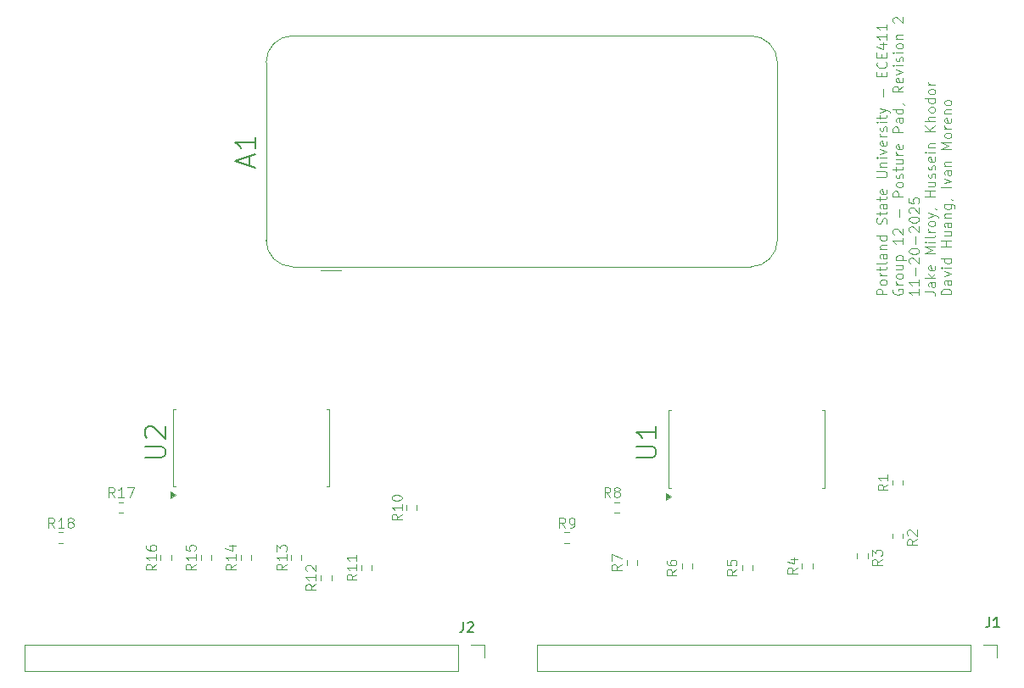
<source format=gbr>
%TF.GenerationSoftware,KiCad,Pcbnew,8.0.8*%
%TF.CreationDate,2025-11-20T00:17:19-08:00*%
%TF.ProjectId,PosturePad,506f7374-7572-4655-9061-642e6b696361,rev?*%
%TF.SameCoordinates,Original*%
%TF.FileFunction,Legend,Top*%
%TF.FilePolarity,Positive*%
%FSLAX46Y46*%
G04 Gerber Fmt 4.6, Leading zero omitted, Abs format (unit mm)*
G04 Created by KiCad (PCBNEW 8.0.8) date 2025-11-20 00:17:19*
%MOMM*%
%LPD*%
G01*
G04 APERTURE LIST*
%ADD10C,0.100000*%
%ADD11C,0.125000*%
%ADD12C,0.150000*%
%ADD13C,0.120000*%
G04 APERTURE END LIST*
D10*
X189932643Y-92696115D02*
X188932643Y-92696115D01*
X188932643Y-92696115D02*
X188932643Y-92315163D01*
X188932643Y-92315163D02*
X188980262Y-92219925D01*
X188980262Y-92219925D02*
X189027881Y-92172306D01*
X189027881Y-92172306D02*
X189123119Y-92124687D01*
X189123119Y-92124687D02*
X189265976Y-92124687D01*
X189265976Y-92124687D02*
X189361214Y-92172306D01*
X189361214Y-92172306D02*
X189408833Y-92219925D01*
X189408833Y-92219925D02*
X189456452Y-92315163D01*
X189456452Y-92315163D02*
X189456452Y-92696115D01*
X189932643Y-91553258D02*
X189885024Y-91648496D01*
X189885024Y-91648496D02*
X189837404Y-91696115D01*
X189837404Y-91696115D02*
X189742166Y-91743734D01*
X189742166Y-91743734D02*
X189456452Y-91743734D01*
X189456452Y-91743734D02*
X189361214Y-91696115D01*
X189361214Y-91696115D02*
X189313595Y-91648496D01*
X189313595Y-91648496D02*
X189265976Y-91553258D01*
X189265976Y-91553258D02*
X189265976Y-91410401D01*
X189265976Y-91410401D02*
X189313595Y-91315163D01*
X189313595Y-91315163D02*
X189361214Y-91267544D01*
X189361214Y-91267544D02*
X189456452Y-91219925D01*
X189456452Y-91219925D02*
X189742166Y-91219925D01*
X189742166Y-91219925D02*
X189837404Y-91267544D01*
X189837404Y-91267544D02*
X189885024Y-91315163D01*
X189885024Y-91315163D02*
X189932643Y-91410401D01*
X189932643Y-91410401D02*
X189932643Y-91553258D01*
X189932643Y-90791353D02*
X189265976Y-90791353D01*
X189456452Y-90791353D02*
X189361214Y-90743734D01*
X189361214Y-90743734D02*
X189313595Y-90696115D01*
X189313595Y-90696115D02*
X189265976Y-90600877D01*
X189265976Y-90600877D02*
X189265976Y-90505639D01*
X189265976Y-90315162D02*
X189265976Y-89934210D01*
X188932643Y-90172305D02*
X189789785Y-90172305D01*
X189789785Y-90172305D02*
X189885024Y-90124686D01*
X189885024Y-90124686D02*
X189932643Y-90029448D01*
X189932643Y-90029448D02*
X189932643Y-89934210D01*
X189932643Y-89458019D02*
X189885024Y-89553257D01*
X189885024Y-89553257D02*
X189789785Y-89600876D01*
X189789785Y-89600876D02*
X188932643Y-89600876D01*
X189932643Y-88648495D02*
X189408833Y-88648495D01*
X189408833Y-88648495D02*
X189313595Y-88696114D01*
X189313595Y-88696114D02*
X189265976Y-88791352D01*
X189265976Y-88791352D02*
X189265976Y-88981828D01*
X189265976Y-88981828D02*
X189313595Y-89077066D01*
X189885024Y-88648495D02*
X189932643Y-88743733D01*
X189932643Y-88743733D02*
X189932643Y-88981828D01*
X189932643Y-88981828D02*
X189885024Y-89077066D01*
X189885024Y-89077066D02*
X189789785Y-89124685D01*
X189789785Y-89124685D02*
X189694547Y-89124685D01*
X189694547Y-89124685D02*
X189599309Y-89077066D01*
X189599309Y-89077066D02*
X189551690Y-88981828D01*
X189551690Y-88981828D02*
X189551690Y-88743733D01*
X189551690Y-88743733D02*
X189504071Y-88648495D01*
X189265976Y-88172304D02*
X189932643Y-88172304D01*
X189361214Y-88172304D02*
X189313595Y-88124685D01*
X189313595Y-88124685D02*
X189265976Y-88029447D01*
X189265976Y-88029447D02*
X189265976Y-87886590D01*
X189265976Y-87886590D02*
X189313595Y-87791352D01*
X189313595Y-87791352D02*
X189408833Y-87743733D01*
X189408833Y-87743733D02*
X189932643Y-87743733D01*
X189932643Y-86838971D02*
X188932643Y-86838971D01*
X189885024Y-86838971D02*
X189932643Y-86934209D01*
X189932643Y-86934209D02*
X189932643Y-87124685D01*
X189932643Y-87124685D02*
X189885024Y-87219923D01*
X189885024Y-87219923D02*
X189837404Y-87267542D01*
X189837404Y-87267542D02*
X189742166Y-87315161D01*
X189742166Y-87315161D02*
X189456452Y-87315161D01*
X189456452Y-87315161D02*
X189361214Y-87267542D01*
X189361214Y-87267542D02*
X189313595Y-87219923D01*
X189313595Y-87219923D02*
X189265976Y-87124685D01*
X189265976Y-87124685D02*
X189265976Y-86934209D01*
X189265976Y-86934209D02*
X189313595Y-86838971D01*
X189885024Y-85648494D02*
X189932643Y-85505637D01*
X189932643Y-85505637D02*
X189932643Y-85267542D01*
X189932643Y-85267542D02*
X189885024Y-85172304D01*
X189885024Y-85172304D02*
X189837404Y-85124685D01*
X189837404Y-85124685D02*
X189742166Y-85077066D01*
X189742166Y-85077066D02*
X189646928Y-85077066D01*
X189646928Y-85077066D02*
X189551690Y-85124685D01*
X189551690Y-85124685D02*
X189504071Y-85172304D01*
X189504071Y-85172304D02*
X189456452Y-85267542D01*
X189456452Y-85267542D02*
X189408833Y-85458018D01*
X189408833Y-85458018D02*
X189361214Y-85553256D01*
X189361214Y-85553256D02*
X189313595Y-85600875D01*
X189313595Y-85600875D02*
X189218357Y-85648494D01*
X189218357Y-85648494D02*
X189123119Y-85648494D01*
X189123119Y-85648494D02*
X189027881Y-85600875D01*
X189027881Y-85600875D02*
X188980262Y-85553256D01*
X188980262Y-85553256D02*
X188932643Y-85458018D01*
X188932643Y-85458018D02*
X188932643Y-85219923D01*
X188932643Y-85219923D02*
X188980262Y-85077066D01*
X189265976Y-84791351D02*
X189265976Y-84410399D01*
X188932643Y-84648494D02*
X189789785Y-84648494D01*
X189789785Y-84648494D02*
X189885024Y-84600875D01*
X189885024Y-84600875D02*
X189932643Y-84505637D01*
X189932643Y-84505637D02*
X189932643Y-84410399D01*
X189932643Y-83648494D02*
X189408833Y-83648494D01*
X189408833Y-83648494D02*
X189313595Y-83696113D01*
X189313595Y-83696113D02*
X189265976Y-83791351D01*
X189265976Y-83791351D02*
X189265976Y-83981827D01*
X189265976Y-83981827D02*
X189313595Y-84077065D01*
X189885024Y-83648494D02*
X189932643Y-83743732D01*
X189932643Y-83743732D02*
X189932643Y-83981827D01*
X189932643Y-83981827D02*
X189885024Y-84077065D01*
X189885024Y-84077065D02*
X189789785Y-84124684D01*
X189789785Y-84124684D02*
X189694547Y-84124684D01*
X189694547Y-84124684D02*
X189599309Y-84077065D01*
X189599309Y-84077065D02*
X189551690Y-83981827D01*
X189551690Y-83981827D02*
X189551690Y-83743732D01*
X189551690Y-83743732D02*
X189504071Y-83648494D01*
X189265976Y-83315160D02*
X189265976Y-82934208D01*
X188932643Y-83172303D02*
X189789785Y-83172303D01*
X189789785Y-83172303D02*
X189885024Y-83124684D01*
X189885024Y-83124684D02*
X189932643Y-83029446D01*
X189932643Y-83029446D02*
X189932643Y-82934208D01*
X189885024Y-82219922D02*
X189932643Y-82315160D01*
X189932643Y-82315160D02*
X189932643Y-82505636D01*
X189932643Y-82505636D02*
X189885024Y-82600874D01*
X189885024Y-82600874D02*
X189789785Y-82648493D01*
X189789785Y-82648493D02*
X189408833Y-82648493D01*
X189408833Y-82648493D02*
X189313595Y-82600874D01*
X189313595Y-82600874D02*
X189265976Y-82505636D01*
X189265976Y-82505636D02*
X189265976Y-82315160D01*
X189265976Y-82315160D02*
X189313595Y-82219922D01*
X189313595Y-82219922D02*
X189408833Y-82172303D01*
X189408833Y-82172303D02*
X189504071Y-82172303D01*
X189504071Y-82172303D02*
X189599309Y-82648493D01*
X188932643Y-80981826D02*
X189742166Y-80981826D01*
X189742166Y-80981826D02*
X189837404Y-80934207D01*
X189837404Y-80934207D02*
X189885024Y-80886588D01*
X189885024Y-80886588D02*
X189932643Y-80791350D01*
X189932643Y-80791350D02*
X189932643Y-80600874D01*
X189932643Y-80600874D02*
X189885024Y-80505636D01*
X189885024Y-80505636D02*
X189837404Y-80458017D01*
X189837404Y-80458017D02*
X189742166Y-80410398D01*
X189742166Y-80410398D02*
X188932643Y-80410398D01*
X189265976Y-79934207D02*
X189932643Y-79934207D01*
X189361214Y-79934207D02*
X189313595Y-79886588D01*
X189313595Y-79886588D02*
X189265976Y-79791350D01*
X189265976Y-79791350D02*
X189265976Y-79648493D01*
X189265976Y-79648493D02*
X189313595Y-79553255D01*
X189313595Y-79553255D02*
X189408833Y-79505636D01*
X189408833Y-79505636D02*
X189932643Y-79505636D01*
X189932643Y-79029445D02*
X189265976Y-79029445D01*
X188932643Y-79029445D02*
X188980262Y-79077064D01*
X188980262Y-79077064D02*
X189027881Y-79029445D01*
X189027881Y-79029445D02*
X188980262Y-78981826D01*
X188980262Y-78981826D02*
X188932643Y-79029445D01*
X188932643Y-79029445D02*
X189027881Y-79029445D01*
X189265976Y-78648493D02*
X189932643Y-78410398D01*
X189932643Y-78410398D02*
X189265976Y-78172303D01*
X189885024Y-77410398D02*
X189932643Y-77505636D01*
X189932643Y-77505636D02*
X189932643Y-77696112D01*
X189932643Y-77696112D02*
X189885024Y-77791350D01*
X189885024Y-77791350D02*
X189789785Y-77838969D01*
X189789785Y-77838969D02*
X189408833Y-77838969D01*
X189408833Y-77838969D02*
X189313595Y-77791350D01*
X189313595Y-77791350D02*
X189265976Y-77696112D01*
X189265976Y-77696112D02*
X189265976Y-77505636D01*
X189265976Y-77505636D02*
X189313595Y-77410398D01*
X189313595Y-77410398D02*
X189408833Y-77362779D01*
X189408833Y-77362779D02*
X189504071Y-77362779D01*
X189504071Y-77362779D02*
X189599309Y-77838969D01*
X189932643Y-76934207D02*
X189265976Y-76934207D01*
X189456452Y-76934207D02*
X189361214Y-76886588D01*
X189361214Y-76886588D02*
X189313595Y-76838969D01*
X189313595Y-76838969D02*
X189265976Y-76743731D01*
X189265976Y-76743731D02*
X189265976Y-76648493D01*
X189885024Y-76362778D02*
X189932643Y-76267540D01*
X189932643Y-76267540D02*
X189932643Y-76077064D01*
X189932643Y-76077064D02*
X189885024Y-75981826D01*
X189885024Y-75981826D02*
X189789785Y-75934207D01*
X189789785Y-75934207D02*
X189742166Y-75934207D01*
X189742166Y-75934207D02*
X189646928Y-75981826D01*
X189646928Y-75981826D02*
X189599309Y-76077064D01*
X189599309Y-76077064D02*
X189599309Y-76219921D01*
X189599309Y-76219921D02*
X189551690Y-76315159D01*
X189551690Y-76315159D02*
X189456452Y-76362778D01*
X189456452Y-76362778D02*
X189408833Y-76362778D01*
X189408833Y-76362778D02*
X189313595Y-76315159D01*
X189313595Y-76315159D02*
X189265976Y-76219921D01*
X189265976Y-76219921D02*
X189265976Y-76077064D01*
X189265976Y-76077064D02*
X189313595Y-75981826D01*
X189932643Y-75505635D02*
X189265976Y-75505635D01*
X188932643Y-75505635D02*
X188980262Y-75553254D01*
X188980262Y-75553254D02*
X189027881Y-75505635D01*
X189027881Y-75505635D02*
X188980262Y-75458016D01*
X188980262Y-75458016D02*
X188932643Y-75505635D01*
X188932643Y-75505635D02*
X189027881Y-75505635D01*
X189265976Y-75172302D02*
X189265976Y-74791350D01*
X188932643Y-75029445D02*
X189789785Y-75029445D01*
X189789785Y-75029445D02*
X189885024Y-74981826D01*
X189885024Y-74981826D02*
X189932643Y-74886588D01*
X189932643Y-74886588D02*
X189932643Y-74791350D01*
X189265976Y-74553254D02*
X189932643Y-74315159D01*
X189265976Y-74077064D02*
X189932643Y-74315159D01*
X189932643Y-74315159D02*
X190170738Y-74410397D01*
X190170738Y-74410397D02*
X190218357Y-74458016D01*
X190218357Y-74458016D02*
X190265976Y-74553254D01*
X189551690Y-72934206D02*
X189551690Y-72172302D01*
X189408833Y-70934206D02*
X189408833Y-70600873D01*
X189932643Y-70458016D02*
X189932643Y-70934206D01*
X189932643Y-70934206D02*
X188932643Y-70934206D01*
X188932643Y-70934206D02*
X188932643Y-70458016D01*
X189837404Y-69458016D02*
X189885024Y-69505635D01*
X189885024Y-69505635D02*
X189932643Y-69648492D01*
X189932643Y-69648492D02*
X189932643Y-69743730D01*
X189932643Y-69743730D02*
X189885024Y-69886587D01*
X189885024Y-69886587D02*
X189789785Y-69981825D01*
X189789785Y-69981825D02*
X189694547Y-70029444D01*
X189694547Y-70029444D02*
X189504071Y-70077063D01*
X189504071Y-70077063D02*
X189361214Y-70077063D01*
X189361214Y-70077063D02*
X189170738Y-70029444D01*
X189170738Y-70029444D02*
X189075500Y-69981825D01*
X189075500Y-69981825D02*
X188980262Y-69886587D01*
X188980262Y-69886587D02*
X188932643Y-69743730D01*
X188932643Y-69743730D02*
X188932643Y-69648492D01*
X188932643Y-69648492D02*
X188980262Y-69505635D01*
X188980262Y-69505635D02*
X189027881Y-69458016D01*
X189408833Y-69029444D02*
X189408833Y-68696111D01*
X189932643Y-68553254D02*
X189932643Y-69029444D01*
X189932643Y-69029444D02*
X188932643Y-69029444D01*
X188932643Y-69029444D02*
X188932643Y-68553254D01*
X189265976Y-67696111D02*
X189932643Y-67696111D01*
X188885024Y-67934206D02*
X189599309Y-68172301D01*
X189599309Y-68172301D02*
X189599309Y-67553254D01*
X189932643Y-66648492D02*
X189932643Y-67219920D01*
X189932643Y-66934206D02*
X188932643Y-66934206D01*
X188932643Y-66934206D02*
X189075500Y-67029444D01*
X189075500Y-67029444D02*
X189170738Y-67124682D01*
X189170738Y-67124682D02*
X189218357Y-67219920D01*
X189932643Y-65696111D02*
X189932643Y-66267539D01*
X189932643Y-65981825D02*
X188932643Y-65981825D01*
X188932643Y-65981825D02*
X189075500Y-66077063D01*
X189075500Y-66077063D02*
X189170738Y-66172301D01*
X189170738Y-66172301D02*
X189218357Y-66267539D01*
X190590206Y-92172306D02*
X190542587Y-92267544D01*
X190542587Y-92267544D02*
X190542587Y-92410401D01*
X190542587Y-92410401D02*
X190590206Y-92553258D01*
X190590206Y-92553258D02*
X190685444Y-92648496D01*
X190685444Y-92648496D02*
X190780682Y-92696115D01*
X190780682Y-92696115D02*
X190971158Y-92743734D01*
X190971158Y-92743734D02*
X191114015Y-92743734D01*
X191114015Y-92743734D02*
X191304491Y-92696115D01*
X191304491Y-92696115D02*
X191399729Y-92648496D01*
X191399729Y-92648496D02*
X191494968Y-92553258D01*
X191494968Y-92553258D02*
X191542587Y-92410401D01*
X191542587Y-92410401D02*
X191542587Y-92315163D01*
X191542587Y-92315163D02*
X191494968Y-92172306D01*
X191494968Y-92172306D02*
X191447348Y-92124687D01*
X191447348Y-92124687D02*
X191114015Y-92124687D01*
X191114015Y-92124687D02*
X191114015Y-92315163D01*
X191542587Y-91696115D02*
X190875920Y-91696115D01*
X191066396Y-91696115D02*
X190971158Y-91648496D01*
X190971158Y-91648496D02*
X190923539Y-91600877D01*
X190923539Y-91600877D02*
X190875920Y-91505639D01*
X190875920Y-91505639D02*
X190875920Y-91410401D01*
X191542587Y-90934210D02*
X191494968Y-91029448D01*
X191494968Y-91029448D02*
X191447348Y-91077067D01*
X191447348Y-91077067D02*
X191352110Y-91124686D01*
X191352110Y-91124686D02*
X191066396Y-91124686D01*
X191066396Y-91124686D02*
X190971158Y-91077067D01*
X190971158Y-91077067D02*
X190923539Y-91029448D01*
X190923539Y-91029448D02*
X190875920Y-90934210D01*
X190875920Y-90934210D02*
X190875920Y-90791353D01*
X190875920Y-90791353D02*
X190923539Y-90696115D01*
X190923539Y-90696115D02*
X190971158Y-90648496D01*
X190971158Y-90648496D02*
X191066396Y-90600877D01*
X191066396Y-90600877D02*
X191352110Y-90600877D01*
X191352110Y-90600877D02*
X191447348Y-90648496D01*
X191447348Y-90648496D02*
X191494968Y-90696115D01*
X191494968Y-90696115D02*
X191542587Y-90791353D01*
X191542587Y-90791353D02*
X191542587Y-90934210D01*
X190875920Y-89743734D02*
X191542587Y-89743734D01*
X190875920Y-90172305D02*
X191399729Y-90172305D01*
X191399729Y-90172305D02*
X191494968Y-90124686D01*
X191494968Y-90124686D02*
X191542587Y-90029448D01*
X191542587Y-90029448D02*
X191542587Y-89886591D01*
X191542587Y-89886591D02*
X191494968Y-89791353D01*
X191494968Y-89791353D02*
X191447348Y-89743734D01*
X190875920Y-89267543D02*
X191875920Y-89267543D01*
X190923539Y-89267543D02*
X190875920Y-89172305D01*
X190875920Y-89172305D02*
X190875920Y-88981829D01*
X190875920Y-88981829D02*
X190923539Y-88886591D01*
X190923539Y-88886591D02*
X190971158Y-88838972D01*
X190971158Y-88838972D02*
X191066396Y-88791353D01*
X191066396Y-88791353D02*
X191352110Y-88791353D01*
X191352110Y-88791353D02*
X191447348Y-88838972D01*
X191447348Y-88838972D02*
X191494968Y-88886591D01*
X191494968Y-88886591D02*
X191542587Y-88981829D01*
X191542587Y-88981829D02*
X191542587Y-89172305D01*
X191542587Y-89172305D02*
X191494968Y-89267543D01*
X191542587Y-87077067D02*
X191542587Y-87648495D01*
X191542587Y-87362781D02*
X190542587Y-87362781D01*
X190542587Y-87362781D02*
X190685444Y-87458019D01*
X190685444Y-87458019D02*
X190780682Y-87553257D01*
X190780682Y-87553257D02*
X190828301Y-87648495D01*
X190637825Y-86696114D02*
X190590206Y-86648495D01*
X190590206Y-86648495D02*
X190542587Y-86553257D01*
X190542587Y-86553257D02*
X190542587Y-86315162D01*
X190542587Y-86315162D02*
X190590206Y-86219924D01*
X190590206Y-86219924D02*
X190637825Y-86172305D01*
X190637825Y-86172305D02*
X190733063Y-86124686D01*
X190733063Y-86124686D02*
X190828301Y-86124686D01*
X190828301Y-86124686D02*
X190971158Y-86172305D01*
X190971158Y-86172305D02*
X191542587Y-86743733D01*
X191542587Y-86743733D02*
X191542587Y-86124686D01*
X191161634Y-84934209D02*
X191161634Y-84172305D01*
X191542587Y-82934209D02*
X190542587Y-82934209D01*
X190542587Y-82934209D02*
X190542587Y-82553257D01*
X190542587Y-82553257D02*
X190590206Y-82458019D01*
X190590206Y-82458019D02*
X190637825Y-82410400D01*
X190637825Y-82410400D02*
X190733063Y-82362781D01*
X190733063Y-82362781D02*
X190875920Y-82362781D01*
X190875920Y-82362781D02*
X190971158Y-82410400D01*
X190971158Y-82410400D02*
X191018777Y-82458019D01*
X191018777Y-82458019D02*
X191066396Y-82553257D01*
X191066396Y-82553257D02*
X191066396Y-82934209D01*
X191542587Y-81791352D02*
X191494968Y-81886590D01*
X191494968Y-81886590D02*
X191447348Y-81934209D01*
X191447348Y-81934209D02*
X191352110Y-81981828D01*
X191352110Y-81981828D02*
X191066396Y-81981828D01*
X191066396Y-81981828D02*
X190971158Y-81934209D01*
X190971158Y-81934209D02*
X190923539Y-81886590D01*
X190923539Y-81886590D02*
X190875920Y-81791352D01*
X190875920Y-81791352D02*
X190875920Y-81648495D01*
X190875920Y-81648495D02*
X190923539Y-81553257D01*
X190923539Y-81553257D02*
X190971158Y-81505638D01*
X190971158Y-81505638D02*
X191066396Y-81458019D01*
X191066396Y-81458019D02*
X191352110Y-81458019D01*
X191352110Y-81458019D02*
X191447348Y-81505638D01*
X191447348Y-81505638D02*
X191494968Y-81553257D01*
X191494968Y-81553257D02*
X191542587Y-81648495D01*
X191542587Y-81648495D02*
X191542587Y-81791352D01*
X191494968Y-81077066D02*
X191542587Y-80981828D01*
X191542587Y-80981828D02*
X191542587Y-80791352D01*
X191542587Y-80791352D02*
X191494968Y-80696114D01*
X191494968Y-80696114D02*
X191399729Y-80648495D01*
X191399729Y-80648495D02*
X191352110Y-80648495D01*
X191352110Y-80648495D02*
X191256872Y-80696114D01*
X191256872Y-80696114D02*
X191209253Y-80791352D01*
X191209253Y-80791352D02*
X191209253Y-80934209D01*
X191209253Y-80934209D02*
X191161634Y-81029447D01*
X191161634Y-81029447D02*
X191066396Y-81077066D01*
X191066396Y-81077066D02*
X191018777Y-81077066D01*
X191018777Y-81077066D02*
X190923539Y-81029447D01*
X190923539Y-81029447D02*
X190875920Y-80934209D01*
X190875920Y-80934209D02*
X190875920Y-80791352D01*
X190875920Y-80791352D02*
X190923539Y-80696114D01*
X190875920Y-80362780D02*
X190875920Y-79981828D01*
X190542587Y-80219923D02*
X191399729Y-80219923D01*
X191399729Y-80219923D02*
X191494968Y-80172304D01*
X191494968Y-80172304D02*
X191542587Y-80077066D01*
X191542587Y-80077066D02*
X191542587Y-79981828D01*
X190875920Y-79219923D02*
X191542587Y-79219923D01*
X190875920Y-79648494D02*
X191399729Y-79648494D01*
X191399729Y-79648494D02*
X191494968Y-79600875D01*
X191494968Y-79600875D02*
X191542587Y-79505637D01*
X191542587Y-79505637D02*
X191542587Y-79362780D01*
X191542587Y-79362780D02*
X191494968Y-79267542D01*
X191494968Y-79267542D02*
X191447348Y-79219923D01*
X191542587Y-78743732D02*
X190875920Y-78743732D01*
X191066396Y-78743732D02*
X190971158Y-78696113D01*
X190971158Y-78696113D02*
X190923539Y-78648494D01*
X190923539Y-78648494D02*
X190875920Y-78553256D01*
X190875920Y-78553256D02*
X190875920Y-78458018D01*
X191494968Y-77743732D02*
X191542587Y-77838970D01*
X191542587Y-77838970D02*
X191542587Y-78029446D01*
X191542587Y-78029446D02*
X191494968Y-78124684D01*
X191494968Y-78124684D02*
X191399729Y-78172303D01*
X191399729Y-78172303D02*
X191018777Y-78172303D01*
X191018777Y-78172303D02*
X190923539Y-78124684D01*
X190923539Y-78124684D02*
X190875920Y-78029446D01*
X190875920Y-78029446D02*
X190875920Y-77838970D01*
X190875920Y-77838970D02*
X190923539Y-77743732D01*
X190923539Y-77743732D02*
X191018777Y-77696113D01*
X191018777Y-77696113D02*
X191114015Y-77696113D01*
X191114015Y-77696113D02*
X191209253Y-78172303D01*
X191542587Y-76505636D02*
X190542587Y-76505636D01*
X190542587Y-76505636D02*
X190542587Y-76124684D01*
X190542587Y-76124684D02*
X190590206Y-76029446D01*
X190590206Y-76029446D02*
X190637825Y-75981827D01*
X190637825Y-75981827D02*
X190733063Y-75934208D01*
X190733063Y-75934208D02*
X190875920Y-75934208D01*
X190875920Y-75934208D02*
X190971158Y-75981827D01*
X190971158Y-75981827D02*
X191018777Y-76029446D01*
X191018777Y-76029446D02*
X191066396Y-76124684D01*
X191066396Y-76124684D02*
X191066396Y-76505636D01*
X191542587Y-75077065D02*
X191018777Y-75077065D01*
X191018777Y-75077065D02*
X190923539Y-75124684D01*
X190923539Y-75124684D02*
X190875920Y-75219922D01*
X190875920Y-75219922D02*
X190875920Y-75410398D01*
X190875920Y-75410398D02*
X190923539Y-75505636D01*
X191494968Y-75077065D02*
X191542587Y-75172303D01*
X191542587Y-75172303D02*
X191542587Y-75410398D01*
X191542587Y-75410398D02*
X191494968Y-75505636D01*
X191494968Y-75505636D02*
X191399729Y-75553255D01*
X191399729Y-75553255D02*
X191304491Y-75553255D01*
X191304491Y-75553255D02*
X191209253Y-75505636D01*
X191209253Y-75505636D02*
X191161634Y-75410398D01*
X191161634Y-75410398D02*
X191161634Y-75172303D01*
X191161634Y-75172303D02*
X191114015Y-75077065D01*
X191542587Y-74172303D02*
X190542587Y-74172303D01*
X191494968Y-74172303D02*
X191542587Y-74267541D01*
X191542587Y-74267541D02*
X191542587Y-74458017D01*
X191542587Y-74458017D02*
X191494968Y-74553255D01*
X191494968Y-74553255D02*
X191447348Y-74600874D01*
X191447348Y-74600874D02*
X191352110Y-74648493D01*
X191352110Y-74648493D02*
X191066396Y-74648493D01*
X191066396Y-74648493D02*
X190971158Y-74600874D01*
X190971158Y-74600874D02*
X190923539Y-74553255D01*
X190923539Y-74553255D02*
X190875920Y-74458017D01*
X190875920Y-74458017D02*
X190875920Y-74267541D01*
X190875920Y-74267541D02*
X190923539Y-74172303D01*
X191494968Y-73648493D02*
X191542587Y-73648493D01*
X191542587Y-73648493D02*
X191637825Y-73696112D01*
X191637825Y-73696112D02*
X191685444Y-73743731D01*
X191542587Y-71886589D02*
X191066396Y-72219922D01*
X191542587Y-72458017D02*
X190542587Y-72458017D01*
X190542587Y-72458017D02*
X190542587Y-72077065D01*
X190542587Y-72077065D02*
X190590206Y-71981827D01*
X190590206Y-71981827D02*
X190637825Y-71934208D01*
X190637825Y-71934208D02*
X190733063Y-71886589D01*
X190733063Y-71886589D02*
X190875920Y-71886589D01*
X190875920Y-71886589D02*
X190971158Y-71934208D01*
X190971158Y-71934208D02*
X191018777Y-71981827D01*
X191018777Y-71981827D02*
X191066396Y-72077065D01*
X191066396Y-72077065D02*
X191066396Y-72458017D01*
X191494968Y-71077065D02*
X191542587Y-71172303D01*
X191542587Y-71172303D02*
X191542587Y-71362779D01*
X191542587Y-71362779D02*
X191494968Y-71458017D01*
X191494968Y-71458017D02*
X191399729Y-71505636D01*
X191399729Y-71505636D02*
X191018777Y-71505636D01*
X191018777Y-71505636D02*
X190923539Y-71458017D01*
X190923539Y-71458017D02*
X190875920Y-71362779D01*
X190875920Y-71362779D02*
X190875920Y-71172303D01*
X190875920Y-71172303D02*
X190923539Y-71077065D01*
X190923539Y-71077065D02*
X191018777Y-71029446D01*
X191018777Y-71029446D02*
X191114015Y-71029446D01*
X191114015Y-71029446D02*
X191209253Y-71505636D01*
X190875920Y-70696112D02*
X191542587Y-70458017D01*
X191542587Y-70458017D02*
X190875920Y-70219922D01*
X191542587Y-69838969D02*
X190875920Y-69838969D01*
X190542587Y-69838969D02*
X190590206Y-69886588D01*
X190590206Y-69886588D02*
X190637825Y-69838969D01*
X190637825Y-69838969D02*
X190590206Y-69791350D01*
X190590206Y-69791350D02*
X190542587Y-69838969D01*
X190542587Y-69838969D02*
X190637825Y-69838969D01*
X191494968Y-69410398D02*
X191542587Y-69315160D01*
X191542587Y-69315160D02*
X191542587Y-69124684D01*
X191542587Y-69124684D02*
X191494968Y-69029446D01*
X191494968Y-69029446D02*
X191399729Y-68981827D01*
X191399729Y-68981827D02*
X191352110Y-68981827D01*
X191352110Y-68981827D02*
X191256872Y-69029446D01*
X191256872Y-69029446D02*
X191209253Y-69124684D01*
X191209253Y-69124684D02*
X191209253Y-69267541D01*
X191209253Y-69267541D02*
X191161634Y-69362779D01*
X191161634Y-69362779D02*
X191066396Y-69410398D01*
X191066396Y-69410398D02*
X191018777Y-69410398D01*
X191018777Y-69410398D02*
X190923539Y-69362779D01*
X190923539Y-69362779D02*
X190875920Y-69267541D01*
X190875920Y-69267541D02*
X190875920Y-69124684D01*
X190875920Y-69124684D02*
X190923539Y-69029446D01*
X191542587Y-68553255D02*
X190875920Y-68553255D01*
X190542587Y-68553255D02*
X190590206Y-68600874D01*
X190590206Y-68600874D02*
X190637825Y-68553255D01*
X190637825Y-68553255D02*
X190590206Y-68505636D01*
X190590206Y-68505636D02*
X190542587Y-68553255D01*
X190542587Y-68553255D02*
X190637825Y-68553255D01*
X191542587Y-67934208D02*
X191494968Y-68029446D01*
X191494968Y-68029446D02*
X191447348Y-68077065D01*
X191447348Y-68077065D02*
X191352110Y-68124684D01*
X191352110Y-68124684D02*
X191066396Y-68124684D01*
X191066396Y-68124684D02*
X190971158Y-68077065D01*
X190971158Y-68077065D02*
X190923539Y-68029446D01*
X190923539Y-68029446D02*
X190875920Y-67934208D01*
X190875920Y-67934208D02*
X190875920Y-67791351D01*
X190875920Y-67791351D02*
X190923539Y-67696113D01*
X190923539Y-67696113D02*
X190971158Y-67648494D01*
X190971158Y-67648494D02*
X191066396Y-67600875D01*
X191066396Y-67600875D02*
X191352110Y-67600875D01*
X191352110Y-67600875D02*
X191447348Y-67648494D01*
X191447348Y-67648494D02*
X191494968Y-67696113D01*
X191494968Y-67696113D02*
X191542587Y-67791351D01*
X191542587Y-67791351D02*
X191542587Y-67934208D01*
X190875920Y-67172303D02*
X191542587Y-67172303D01*
X190971158Y-67172303D02*
X190923539Y-67124684D01*
X190923539Y-67124684D02*
X190875920Y-67029446D01*
X190875920Y-67029446D02*
X190875920Y-66886589D01*
X190875920Y-66886589D02*
X190923539Y-66791351D01*
X190923539Y-66791351D02*
X191018777Y-66743732D01*
X191018777Y-66743732D02*
X191542587Y-66743732D01*
X190637825Y-65553255D02*
X190590206Y-65505636D01*
X190590206Y-65505636D02*
X190542587Y-65410398D01*
X190542587Y-65410398D02*
X190542587Y-65172303D01*
X190542587Y-65172303D02*
X190590206Y-65077065D01*
X190590206Y-65077065D02*
X190637825Y-65029446D01*
X190637825Y-65029446D02*
X190733063Y-64981827D01*
X190733063Y-64981827D02*
X190828301Y-64981827D01*
X190828301Y-64981827D02*
X190971158Y-65029446D01*
X190971158Y-65029446D02*
X191542587Y-65600874D01*
X191542587Y-65600874D02*
X191542587Y-64981827D01*
X193152531Y-92172306D02*
X193152531Y-92743734D01*
X193152531Y-92458020D02*
X192152531Y-92458020D01*
X192152531Y-92458020D02*
X192295388Y-92553258D01*
X192295388Y-92553258D02*
X192390626Y-92648496D01*
X192390626Y-92648496D02*
X192438245Y-92743734D01*
X193152531Y-91219925D02*
X193152531Y-91791353D01*
X193152531Y-91505639D02*
X192152531Y-91505639D01*
X192152531Y-91505639D02*
X192295388Y-91600877D01*
X192295388Y-91600877D02*
X192390626Y-91696115D01*
X192390626Y-91696115D02*
X192438245Y-91791353D01*
X192771578Y-90791353D02*
X192771578Y-90029449D01*
X192247769Y-89600877D02*
X192200150Y-89553258D01*
X192200150Y-89553258D02*
X192152531Y-89458020D01*
X192152531Y-89458020D02*
X192152531Y-89219925D01*
X192152531Y-89219925D02*
X192200150Y-89124687D01*
X192200150Y-89124687D02*
X192247769Y-89077068D01*
X192247769Y-89077068D02*
X192343007Y-89029449D01*
X192343007Y-89029449D02*
X192438245Y-89029449D01*
X192438245Y-89029449D02*
X192581102Y-89077068D01*
X192581102Y-89077068D02*
X193152531Y-89648496D01*
X193152531Y-89648496D02*
X193152531Y-89029449D01*
X192152531Y-88410401D02*
X192152531Y-88315163D01*
X192152531Y-88315163D02*
X192200150Y-88219925D01*
X192200150Y-88219925D02*
X192247769Y-88172306D01*
X192247769Y-88172306D02*
X192343007Y-88124687D01*
X192343007Y-88124687D02*
X192533483Y-88077068D01*
X192533483Y-88077068D02*
X192771578Y-88077068D01*
X192771578Y-88077068D02*
X192962054Y-88124687D01*
X192962054Y-88124687D02*
X193057292Y-88172306D01*
X193057292Y-88172306D02*
X193104912Y-88219925D01*
X193104912Y-88219925D02*
X193152531Y-88315163D01*
X193152531Y-88315163D02*
X193152531Y-88410401D01*
X193152531Y-88410401D02*
X193104912Y-88505639D01*
X193104912Y-88505639D02*
X193057292Y-88553258D01*
X193057292Y-88553258D02*
X192962054Y-88600877D01*
X192962054Y-88600877D02*
X192771578Y-88648496D01*
X192771578Y-88648496D02*
X192533483Y-88648496D01*
X192533483Y-88648496D02*
X192343007Y-88600877D01*
X192343007Y-88600877D02*
X192247769Y-88553258D01*
X192247769Y-88553258D02*
X192200150Y-88505639D01*
X192200150Y-88505639D02*
X192152531Y-88410401D01*
X192771578Y-87648496D02*
X192771578Y-86886592D01*
X192247769Y-86458020D02*
X192200150Y-86410401D01*
X192200150Y-86410401D02*
X192152531Y-86315163D01*
X192152531Y-86315163D02*
X192152531Y-86077068D01*
X192152531Y-86077068D02*
X192200150Y-85981830D01*
X192200150Y-85981830D02*
X192247769Y-85934211D01*
X192247769Y-85934211D02*
X192343007Y-85886592D01*
X192343007Y-85886592D02*
X192438245Y-85886592D01*
X192438245Y-85886592D02*
X192581102Y-85934211D01*
X192581102Y-85934211D02*
X193152531Y-86505639D01*
X193152531Y-86505639D02*
X193152531Y-85886592D01*
X192152531Y-85267544D02*
X192152531Y-85172306D01*
X192152531Y-85172306D02*
X192200150Y-85077068D01*
X192200150Y-85077068D02*
X192247769Y-85029449D01*
X192247769Y-85029449D02*
X192343007Y-84981830D01*
X192343007Y-84981830D02*
X192533483Y-84934211D01*
X192533483Y-84934211D02*
X192771578Y-84934211D01*
X192771578Y-84934211D02*
X192962054Y-84981830D01*
X192962054Y-84981830D02*
X193057292Y-85029449D01*
X193057292Y-85029449D02*
X193104912Y-85077068D01*
X193104912Y-85077068D02*
X193152531Y-85172306D01*
X193152531Y-85172306D02*
X193152531Y-85267544D01*
X193152531Y-85267544D02*
X193104912Y-85362782D01*
X193104912Y-85362782D02*
X193057292Y-85410401D01*
X193057292Y-85410401D02*
X192962054Y-85458020D01*
X192962054Y-85458020D02*
X192771578Y-85505639D01*
X192771578Y-85505639D02*
X192533483Y-85505639D01*
X192533483Y-85505639D02*
X192343007Y-85458020D01*
X192343007Y-85458020D02*
X192247769Y-85410401D01*
X192247769Y-85410401D02*
X192200150Y-85362782D01*
X192200150Y-85362782D02*
X192152531Y-85267544D01*
X192247769Y-84553258D02*
X192200150Y-84505639D01*
X192200150Y-84505639D02*
X192152531Y-84410401D01*
X192152531Y-84410401D02*
X192152531Y-84172306D01*
X192152531Y-84172306D02*
X192200150Y-84077068D01*
X192200150Y-84077068D02*
X192247769Y-84029449D01*
X192247769Y-84029449D02*
X192343007Y-83981830D01*
X192343007Y-83981830D02*
X192438245Y-83981830D01*
X192438245Y-83981830D02*
X192581102Y-84029449D01*
X192581102Y-84029449D02*
X193152531Y-84600877D01*
X193152531Y-84600877D02*
X193152531Y-83981830D01*
X192152531Y-83077068D02*
X192152531Y-83553258D01*
X192152531Y-83553258D02*
X192628721Y-83600877D01*
X192628721Y-83600877D02*
X192581102Y-83553258D01*
X192581102Y-83553258D02*
X192533483Y-83458020D01*
X192533483Y-83458020D02*
X192533483Y-83219925D01*
X192533483Y-83219925D02*
X192581102Y-83124687D01*
X192581102Y-83124687D02*
X192628721Y-83077068D01*
X192628721Y-83077068D02*
X192723959Y-83029449D01*
X192723959Y-83029449D02*
X192962054Y-83029449D01*
X192962054Y-83029449D02*
X193057292Y-83077068D01*
X193057292Y-83077068D02*
X193104912Y-83124687D01*
X193104912Y-83124687D02*
X193152531Y-83219925D01*
X193152531Y-83219925D02*
X193152531Y-83458020D01*
X193152531Y-83458020D02*
X193104912Y-83553258D01*
X193104912Y-83553258D02*
X193057292Y-83600877D01*
X193762475Y-92410401D02*
X194476760Y-92410401D01*
X194476760Y-92410401D02*
X194619617Y-92458020D01*
X194619617Y-92458020D02*
X194714856Y-92553258D01*
X194714856Y-92553258D02*
X194762475Y-92696115D01*
X194762475Y-92696115D02*
X194762475Y-92791353D01*
X194762475Y-91505639D02*
X194238665Y-91505639D01*
X194238665Y-91505639D02*
X194143427Y-91553258D01*
X194143427Y-91553258D02*
X194095808Y-91648496D01*
X194095808Y-91648496D02*
X194095808Y-91838972D01*
X194095808Y-91838972D02*
X194143427Y-91934210D01*
X194714856Y-91505639D02*
X194762475Y-91600877D01*
X194762475Y-91600877D02*
X194762475Y-91838972D01*
X194762475Y-91838972D02*
X194714856Y-91934210D01*
X194714856Y-91934210D02*
X194619617Y-91981829D01*
X194619617Y-91981829D02*
X194524379Y-91981829D01*
X194524379Y-91981829D02*
X194429141Y-91934210D01*
X194429141Y-91934210D02*
X194381522Y-91838972D01*
X194381522Y-91838972D02*
X194381522Y-91600877D01*
X194381522Y-91600877D02*
X194333903Y-91505639D01*
X194762475Y-91029448D02*
X193762475Y-91029448D01*
X194381522Y-90934210D02*
X194762475Y-90648496D01*
X194095808Y-90648496D02*
X194476760Y-91029448D01*
X194714856Y-89838972D02*
X194762475Y-89934210D01*
X194762475Y-89934210D02*
X194762475Y-90124686D01*
X194762475Y-90124686D02*
X194714856Y-90219924D01*
X194714856Y-90219924D02*
X194619617Y-90267543D01*
X194619617Y-90267543D02*
X194238665Y-90267543D01*
X194238665Y-90267543D02*
X194143427Y-90219924D01*
X194143427Y-90219924D02*
X194095808Y-90124686D01*
X194095808Y-90124686D02*
X194095808Y-89934210D01*
X194095808Y-89934210D02*
X194143427Y-89838972D01*
X194143427Y-89838972D02*
X194238665Y-89791353D01*
X194238665Y-89791353D02*
X194333903Y-89791353D01*
X194333903Y-89791353D02*
X194429141Y-90267543D01*
X194762475Y-88600876D02*
X193762475Y-88600876D01*
X193762475Y-88600876D02*
X194476760Y-88267543D01*
X194476760Y-88267543D02*
X193762475Y-87934210D01*
X193762475Y-87934210D02*
X194762475Y-87934210D01*
X194762475Y-87458019D02*
X194095808Y-87458019D01*
X193762475Y-87458019D02*
X193810094Y-87505638D01*
X193810094Y-87505638D02*
X193857713Y-87458019D01*
X193857713Y-87458019D02*
X193810094Y-87410400D01*
X193810094Y-87410400D02*
X193762475Y-87458019D01*
X193762475Y-87458019D02*
X193857713Y-87458019D01*
X194762475Y-86838972D02*
X194714856Y-86934210D01*
X194714856Y-86934210D02*
X194619617Y-86981829D01*
X194619617Y-86981829D02*
X193762475Y-86981829D01*
X194762475Y-86458019D02*
X194095808Y-86458019D01*
X194286284Y-86458019D02*
X194191046Y-86410400D01*
X194191046Y-86410400D02*
X194143427Y-86362781D01*
X194143427Y-86362781D02*
X194095808Y-86267543D01*
X194095808Y-86267543D02*
X194095808Y-86172305D01*
X194762475Y-85696114D02*
X194714856Y-85791352D01*
X194714856Y-85791352D02*
X194667236Y-85838971D01*
X194667236Y-85838971D02*
X194571998Y-85886590D01*
X194571998Y-85886590D02*
X194286284Y-85886590D01*
X194286284Y-85886590D02*
X194191046Y-85838971D01*
X194191046Y-85838971D02*
X194143427Y-85791352D01*
X194143427Y-85791352D02*
X194095808Y-85696114D01*
X194095808Y-85696114D02*
X194095808Y-85553257D01*
X194095808Y-85553257D02*
X194143427Y-85458019D01*
X194143427Y-85458019D02*
X194191046Y-85410400D01*
X194191046Y-85410400D02*
X194286284Y-85362781D01*
X194286284Y-85362781D02*
X194571998Y-85362781D01*
X194571998Y-85362781D02*
X194667236Y-85410400D01*
X194667236Y-85410400D02*
X194714856Y-85458019D01*
X194714856Y-85458019D02*
X194762475Y-85553257D01*
X194762475Y-85553257D02*
X194762475Y-85696114D01*
X194095808Y-85029447D02*
X194762475Y-84791352D01*
X194095808Y-84553257D02*
X194762475Y-84791352D01*
X194762475Y-84791352D02*
X195000570Y-84886590D01*
X195000570Y-84886590D02*
X195048189Y-84934209D01*
X195048189Y-84934209D02*
X195095808Y-85029447D01*
X194714856Y-84124685D02*
X194762475Y-84124685D01*
X194762475Y-84124685D02*
X194857713Y-84172304D01*
X194857713Y-84172304D02*
X194905332Y-84219923D01*
X194762475Y-82934209D02*
X193762475Y-82934209D01*
X194238665Y-82934209D02*
X194238665Y-82362781D01*
X194762475Y-82362781D02*
X193762475Y-82362781D01*
X194095808Y-81458019D02*
X194762475Y-81458019D01*
X194095808Y-81886590D02*
X194619617Y-81886590D01*
X194619617Y-81886590D02*
X194714856Y-81838971D01*
X194714856Y-81838971D02*
X194762475Y-81743733D01*
X194762475Y-81743733D02*
X194762475Y-81600876D01*
X194762475Y-81600876D02*
X194714856Y-81505638D01*
X194714856Y-81505638D02*
X194667236Y-81458019D01*
X194714856Y-81029447D02*
X194762475Y-80934209D01*
X194762475Y-80934209D02*
X194762475Y-80743733D01*
X194762475Y-80743733D02*
X194714856Y-80648495D01*
X194714856Y-80648495D02*
X194619617Y-80600876D01*
X194619617Y-80600876D02*
X194571998Y-80600876D01*
X194571998Y-80600876D02*
X194476760Y-80648495D01*
X194476760Y-80648495D02*
X194429141Y-80743733D01*
X194429141Y-80743733D02*
X194429141Y-80886590D01*
X194429141Y-80886590D02*
X194381522Y-80981828D01*
X194381522Y-80981828D02*
X194286284Y-81029447D01*
X194286284Y-81029447D02*
X194238665Y-81029447D01*
X194238665Y-81029447D02*
X194143427Y-80981828D01*
X194143427Y-80981828D02*
X194095808Y-80886590D01*
X194095808Y-80886590D02*
X194095808Y-80743733D01*
X194095808Y-80743733D02*
X194143427Y-80648495D01*
X194714856Y-80219923D02*
X194762475Y-80124685D01*
X194762475Y-80124685D02*
X194762475Y-79934209D01*
X194762475Y-79934209D02*
X194714856Y-79838971D01*
X194714856Y-79838971D02*
X194619617Y-79791352D01*
X194619617Y-79791352D02*
X194571998Y-79791352D01*
X194571998Y-79791352D02*
X194476760Y-79838971D01*
X194476760Y-79838971D02*
X194429141Y-79934209D01*
X194429141Y-79934209D02*
X194429141Y-80077066D01*
X194429141Y-80077066D02*
X194381522Y-80172304D01*
X194381522Y-80172304D02*
X194286284Y-80219923D01*
X194286284Y-80219923D02*
X194238665Y-80219923D01*
X194238665Y-80219923D02*
X194143427Y-80172304D01*
X194143427Y-80172304D02*
X194095808Y-80077066D01*
X194095808Y-80077066D02*
X194095808Y-79934209D01*
X194095808Y-79934209D02*
X194143427Y-79838971D01*
X194714856Y-78981828D02*
X194762475Y-79077066D01*
X194762475Y-79077066D02*
X194762475Y-79267542D01*
X194762475Y-79267542D02*
X194714856Y-79362780D01*
X194714856Y-79362780D02*
X194619617Y-79410399D01*
X194619617Y-79410399D02*
X194238665Y-79410399D01*
X194238665Y-79410399D02*
X194143427Y-79362780D01*
X194143427Y-79362780D02*
X194095808Y-79267542D01*
X194095808Y-79267542D02*
X194095808Y-79077066D01*
X194095808Y-79077066D02*
X194143427Y-78981828D01*
X194143427Y-78981828D02*
X194238665Y-78934209D01*
X194238665Y-78934209D02*
X194333903Y-78934209D01*
X194333903Y-78934209D02*
X194429141Y-79410399D01*
X194762475Y-78505637D02*
X194095808Y-78505637D01*
X193762475Y-78505637D02*
X193810094Y-78553256D01*
X193810094Y-78553256D02*
X193857713Y-78505637D01*
X193857713Y-78505637D02*
X193810094Y-78458018D01*
X193810094Y-78458018D02*
X193762475Y-78505637D01*
X193762475Y-78505637D02*
X193857713Y-78505637D01*
X194095808Y-78029447D02*
X194762475Y-78029447D01*
X194191046Y-78029447D02*
X194143427Y-77981828D01*
X194143427Y-77981828D02*
X194095808Y-77886590D01*
X194095808Y-77886590D02*
X194095808Y-77743733D01*
X194095808Y-77743733D02*
X194143427Y-77648495D01*
X194143427Y-77648495D02*
X194238665Y-77600876D01*
X194238665Y-77600876D02*
X194762475Y-77600876D01*
X194762475Y-76362780D02*
X193762475Y-76362780D01*
X194762475Y-75791352D02*
X194191046Y-76219923D01*
X193762475Y-75791352D02*
X194333903Y-76362780D01*
X194762475Y-75362780D02*
X193762475Y-75362780D01*
X194762475Y-74934209D02*
X194238665Y-74934209D01*
X194238665Y-74934209D02*
X194143427Y-74981828D01*
X194143427Y-74981828D02*
X194095808Y-75077066D01*
X194095808Y-75077066D02*
X194095808Y-75219923D01*
X194095808Y-75219923D02*
X194143427Y-75315161D01*
X194143427Y-75315161D02*
X194191046Y-75362780D01*
X194762475Y-74315161D02*
X194714856Y-74410399D01*
X194714856Y-74410399D02*
X194667236Y-74458018D01*
X194667236Y-74458018D02*
X194571998Y-74505637D01*
X194571998Y-74505637D02*
X194286284Y-74505637D01*
X194286284Y-74505637D02*
X194191046Y-74458018D01*
X194191046Y-74458018D02*
X194143427Y-74410399D01*
X194143427Y-74410399D02*
X194095808Y-74315161D01*
X194095808Y-74315161D02*
X194095808Y-74172304D01*
X194095808Y-74172304D02*
X194143427Y-74077066D01*
X194143427Y-74077066D02*
X194191046Y-74029447D01*
X194191046Y-74029447D02*
X194286284Y-73981828D01*
X194286284Y-73981828D02*
X194571998Y-73981828D01*
X194571998Y-73981828D02*
X194667236Y-74029447D01*
X194667236Y-74029447D02*
X194714856Y-74077066D01*
X194714856Y-74077066D02*
X194762475Y-74172304D01*
X194762475Y-74172304D02*
X194762475Y-74315161D01*
X194762475Y-73124685D02*
X193762475Y-73124685D01*
X194714856Y-73124685D02*
X194762475Y-73219923D01*
X194762475Y-73219923D02*
X194762475Y-73410399D01*
X194762475Y-73410399D02*
X194714856Y-73505637D01*
X194714856Y-73505637D02*
X194667236Y-73553256D01*
X194667236Y-73553256D02*
X194571998Y-73600875D01*
X194571998Y-73600875D02*
X194286284Y-73600875D01*
X194286284Y-73600875D02*
X194191046Y-73553256D01*
X194191046Y-73553256D02*
X194143427Y-73505637D01*
X194143427Y-73505637D02*
X194095808Y-73410399D01*
X194095808Y-73410399D02*
X194095808Y-73219923D01*
X194095808Y-73219923D02*
X194143427Y-73124685D01*
X194762475Y-72505637D02*
X194714856Y-72600875D01*
X194714856Y-72600875D02*
X194667236Y-72648494D01*
X194667236Y-72648494D02*
X194571998Y-72696113D01*
X194571998Y-72696113D02*
X194286284Y-72696113D01*
X194286284Y-72696113D02*
X194191046Y-72648494D01*
X194191046Y-72648494D02*
X194143427Y-72600875D01*
X194143427Y-72600875D02*
X194095808Y-72505637D01*
X194095808Y-72505637D02*
X194095808Y-72362780D01*
X194095808Y-72362780D02*
X194143427Y-72267542D01*
X194143427Y-72267542D02*
X194191046Y-72219923D01*
X194191046Y-72219923D02*
X194286284Y-72172304D01*
X194286284Y-72172304D02*
X194571998Y-72172304D01*
X194571998Y-72172304D02*
X194667236Y-72219923D01*
X194667236Y-72219923D02*
X194714856Y-72267542D01*
X194714856Y-72267542D02*
X194762475Y-72362780D01*
X194762475Y-72362780D02*
X194762475Y-72505637D01*
X194762475Y-71743732D02*
X194095808Y-71743732D01*
X194286284Y-71743732D02*
X194191046Y-71696113D01*
X194191046Y-71696113D02*
X194143427Y-71648494D01*
X194143427Y-71648494D02*
X194095808Y-71553256D01*
X194095808Y-71553256D02*
X194095808Y-71458018D01*
X196372419Y-92696115D02*
X195372419Y-92696115D01*
X195372419Y-92696115D02*
X195372419Y-92458020D01*
X195372419Y-92458020D02*
X195420038Y-92315163D01*
X195420038Y-92315163D02*
X195515276Y-92219925D01*
X195515276Y-92219925D02*
X195610514Y-92172306D01*
X195610514Y-92172306D02*
X195800990Y-92124687D01*
X195800990Y-92124687D02*
X195943847Y-92124687D01*
X195943847Y-92124687D02*
X196134323Y-92172306D01*
X196134323Y-92172306D02*
X196229561Y-92219925D01*
X196229561Y-92219925D02*
X196324800Y-92315163D01*
X196324800Y-92315163D02*
X196372419Y-92458020D01*
X196372419Y-92458020D02*
X196372419Y-92696115D01*
X196372419Y-91267544D02*
X195848609Y-91267544D01*
X195848609Y-91267544D02*
X195753371Y-91315163D01*
X195753371Y-91315163D02*
X195705752Y-91410401D01*
X195705752Y-91410401D02*
X195705752Y-91600877D01*
X195705752Y-91600877D02*
X195753371Y-91696115D01*
X196324800Y-91267544D02*
X196372419Y-91362782D01*
X196372419Y-91362782D02*
X196372419Y-91600877D01*
X196372419Y-91600877D02*
X196324800Y-91696115D01*
X196324800Y-91696115D02*
X196229561Y-91743734D01*
X196229561Y-91743734D02*
X196134323Y-91743734D01*
X196134323Y-91743734D02*
X196039085Y-91696115D01*
X196039085Y-91696115D02*
X195991466Y-91600877D01*
X195991466Y-91600877D02*
X195991466Y-91362782D01*
X195991466Y-91362782D02*
X195943847Y-91267544D01*
X195705752Y-90886591D02*
X196372419Y-90648496D01*
X196372419Y-90648496D02*
X195705752Y-90410401D01*
X196372419Y-90029448D02*
X195705752Y-90029448D01*
X195372419Y-90029448D02*
X195420038Y-90077067D01*
X195420038Y-90077067D02*
X195467657Y-90029448D01*
X195467657Y-90029448D02*
X195420038Y-89981829D01*
X195420038Y-89981829D02*
X195372419Y-90029448D01*
X195372419Y-90029448D02*
X195467657Y-90029448D01*
X196372419Y-89124687D02*
X195372419Y-89124687D01*
X196324800Y-89124687D02*
X196372419Y-89219925D01*
X196372419Y-89219925D02*
X196372419Y-89410401D01*
X196372419Y-89410401D02*
X196324800Y-89505639D01*
X196324800Y-89505639D02*
X196277180Y-89553258D01*
X196277180Y-89553258D02*
X196181942Y-89600877D01*
X196181942Y-89600877D02*
X195896228Y-89600877D01*
X195896228Y-89600877D02*
X195800990Y-89553258D01*
X195800990Y-89553258D02*
X195753371Y-89505639D01*
X195753371Y-89505639D02*
X195705752Y-89410401D01*
X195705752Y-89410401D02*
X195705752Y-89219925D01*
X195705752Y-89219925D02*
X195753371Y-89124687D01*
X196372419Y-87886591D02*
X195372419Y-87886591D01*
X195848609Y-87886591D02*
X195848609Y-87315163D01*
X196372419Y-87315163D02*
X195372419Y-87315163D01*
X195705752Y-86410401D02*
X196372419Y-86410401D01*
X195705752Y-86838972D02*
X196229561Y-86838972D01*
X196229561Y-86838972D02*
X196324800Y-86791353D01*
X196324800Y-86791353D02*
X196372419Y-86696115D01*
X196372419Y-86696115D02*
X196372419Y-86553258D01*
X196372419Y-86553258D02*
X196324800Y-86458020D01*
X196324800Y-86458020D02*
X196277180Y-86410401D01*
X196372419Y-85505639D02*
X195848609Y-85505639D01*
X195848609Y-85505639D02*
X195753371Y-85553258D01*
X195753371Y-85553258D02*
X195705752Y-85648496D01*
X195705752Y-85648496D02*
X195705752Y-85838972D01*
X195705752Y-85838972D02*
X195753371Y-85934210D01*
X196324800Y-85505639D02*
X196372419Y-85600877D01*
X196372419Y-85600877D02*
X196372419Y-85838972D01*
X196372419Y-85838972D02*
X196324800Y-85934210D01*
X196324800Y-85934210D02*
X196229561Y-85981829D01*
X196229561Y-85981829D02*
X196134323Y-85981829D01*
X196134323Y-85981829D02*
X196039085Y-85934210D01*
X196039085Y-85934210D02*
X195991466Y-85838972D01*
X195991466Y-85838972D02*
X195991466Y-85600877D01*
X195991466Y-85600877D02*
X195943847Y-85505639D01*
X195705752Y-85029448D02*
X196372419Y-85029448D01*
X195800990Y-85029448D02*
X195753371Y-84981829D01*
X195753371Y-84981829D02*
X195705752Y-84886591D01*
X195705752Y-84886591D02*
X195705752Y-84743734D01*
X195705752Y-84743734D02*
X195753371Y-84648496D01*
X195753371Y-84648496D02*
X195848609Y-84600877D01*
X195848609Y-84600877D02*
X196372419Y-84600877D01*
X195705752Y-83696115D02*
X196515276Y-83696115D01*
X196515276Y-83696115D02*
X196610514Y-83743734D01*
X196610514Y-83743734D02*
X196658133Y-83791353D01*
X196658133Y-83791353D02*
X196705752Y-83886591D01*
X196705752Y-83886591D02*
X196705752Y-84029448D01*
X196705752Y-84029448D02*
X196658133Y-84124686D01*
X196324800Y-83696115D02*
X196372419Y-83791353D01*
X196372419Y-83791353D02*
X196372419Y-83981829D01*
X196372419Y-83981829D02*
X196324800Y-84077067D01*
X196324800Y-84077067D02*
X196277180Y-84124686D01*
X196277180Y-84124686D02*
X196181942Y-84172305D01*
X196181942Y-84172305D02*
X195896228Y-84172305D01*
X195896228Y-84172305D02*
X195800990Y-84124686D01*
X195800990Y-84124686D02*
X195753371Y-84077067D01*
X195753371Y-84077067D02*
X195705752Y-83981829D01*
X195705752Y-83981829D02*
X195705752Y-83791353D01*
X195705752Y-83791353D02*
X195753371Y-83696115D01*
X196324800Y-83172305D02*
X196372419Y-83172305D01*
X196372419Y-83172305D02*
X196467657Y-83219924D01*
X196467657Y-83219924D02*
X196515276Y-83267543D01*
X196372419Y-81981829D02*
X195372419Y-81981829D01*
X195705752Y-81600877D02*
X196372419Y-81362782D01*
X196372419Y-81362782D02*
X195705752Y-81124687D01*
X196372419Y-80315163D02*
X195848609Y-80315163D01*
X195848609Y-80315163D02*
X195753371Y-80362782D01*
X195753371Y-80362782D02*
X195705752Y-80458020D01*
X195705752Y-80458020D02*
X195705752Y-80648496D01*
X195705752Y-80648496D02*
X195753371Y-80743734D01*
X196324800Y-80315163D02*
X196372419Y-80410401D01*
X196372419Y-80410401D02*
X196372419Y-80648496D01*
X196372419Y-80648496D02*
X196324800Y-80743734D01*
X196324800Y-80743734D02*
X196229561Y-80791353D01*
X196229561Y-80791353D02*
X196134323Y-80791353D01*
X196134323Y-80791353D02*
X196039085Y-80743734D01*
X196039085Y-80743734D02*
X195991466Y-80648496D01*
X195991466Y-80648496D02*
X195991466Y-80410401D01*
X195991466Y-80410401D02*
X195943847Y-80315163D01*
X195705752Y-79838972D02*
X196372419Y-79838972D01*
X195800990Y-79838972D02*
X195753371Y-79791353D01*
X195753371Y-79791353D02*
X195705752Y-79696115D01*
X195705752Y-79696115D02*
X195705752Y-79553258D01*
X195705752Y-79553258D02*
X195753371Y-79458020D01*
X195753371Y-79458020D02*
X195848609Y-79410401D01*
X195848609Y-79410401D02*
X196372419Y-79410401D01*
X196372419Y-78172305D02*
X195372419Y-78172305D01*
X195372419Y-78172305D02*
X196086704Y-77838972D01*
X196086704Y-77838972D02*
X195372419Y-77505639D01*
X195372419Y-77505639D02*
X196372419Y-77505639D01*
X196372419Y-76886591D02*
X196324800Y-76981829D01*
X196324800Y-76981829D02*
X196277180Y-77029448D01*
X196277180Y-77029448D02*
X196181942Y-77077067D01*
X196181942Y-77077067D02*
X195896228Y-77077067D01*
X195896228Y-77077067D02*
X195800990Y-77029448D01*
X195800990Y-77029448D02*
X195753371Y-76981829D01*
X195753371Y-76981829D02*
X195705752Y-76886591D01*
X195705752Y-76886591D02*
X195705752Y-76743734D01*
X195705752Y-76743734D02*
X195753371Y-76648496D01*
X195753371Y-76648496D02*
X195800990Y-76600877D01*
X195800990Y-76600877D02*
X195896228Y-76553258D01*
X195896228Y-76553258D02*
X196181942Y-76553258D01*
X196181942Y-76553258D02*
X196277180Y-76600877D01*
X196277180Y-76600877D02*
X196324800Y-76648496D01*
X196324800Y-76648496D02*
X196372419Y-76743734D01*
X196372419Y-76743734D02*
X196372419Y-76886591D01*
X196372419Y-76124686D02*
X195705752Y-76124686D01*
X195896228Y-76124686D02*
X195800990Y-76077067D01*
X195800990Y-76077067D02*
X195753371Y-76029448D01*
X195753371Y-76029448D02*
X195705752Y-75934210D01*
X195705752Y-75934210D02*
X195705752Y-75838972D01*
X196324800Y-75124686D02*
X196372419Y-75219924D01*
X196372419Y-75219924D02*
X196372419Y-75410400D01*
X196372419Y-75410400D02*
X196324800Y-75505638D01*
X196324800Y-75505638D02*
X196229561Y-75553257D01*
X196229561Y-75553257D02*
X195848609Y-75553257D01*
X195848609Y-75553257D02*
X195753371Y-75505638D01*
X195753371Y-75505638D02*
X195705752Y-75410400D01*
X195705752Y-75410400D02*
X195705752Y-75219924D01*
X195705752Y-75219924D02*
X195753371Y-75124686D01*
X195753371Y-75124686D02*
X195848609Y-75077067D01*
X195848609Y-75077067D02*
X195943847Y-75077067D01*
X195943847Y-75077067D02*
X196039085Y-75553257D01*
X195705752Y-74648495D02*
X196372419Y-74648495D01*
X195800990Y-74648495D02*
X195753371Y-74600876D01*
X195753371Y-74600876D02*
X195705752Y-74505638D01*
X195705752Y-74505638D02*
X195705752Y-74362781D01*
X195705752Y-74362781D02*
X195753371Y-74267543D01*
X195753371Y-74267543D02*
X195848609Y-74219924D01*
X195848609Y-74219924D02*
X196372419Y-74219924D01*
X196372419Y-73600876D02*
X196324800Y-73696114D01*
X196324800Y-73696114D02*
X196277180Y-73743733D01*
X196277180Y-73743733D02*
X196181942Y-73791352D01*
X196181942Y-73791352D02*
X195896228Y-73791352D01*
X195896228Y-73791352D02*
X195800990Y-73743733D01*
X195800990Y-73743733D02*
X195753371Y-73696114D01*
X195753371Y-73696114D02*
X195705752Y-73600876D01*
X195705752Y-73600876D02*
X195705752Y-73458019D01*
X195705752Y-73458019D02*
X195753371Y-73362781D01*
X195753371Y-73362781D02*
X195800990Y-73315162D01*
X195800990Y-73315162D02*
X195896228Y-73267543D01*
X195896228Y-73267543D02*
X196181942Y-73267543D01*
X196181942Y-73267543D02*
X196277180Y-73315162D01*
X196277180Y-73315162D02*
X196324800Y-73362781D01*
X196324800Y-73362781D02*
X196372419Y-73458019D01*
X196372419Y-73458019D02*
X196372419Y-73600876D01*
D11*
X137026119Y-120642857D02*
X136549928Y-120976190D01*
X137026119Y-121214285D02*
X136026119Y-121214285D01*
X136026119Y-121214285D02*
X136026119Y-120833333D01*
X136026119Y-120833333D02*
X136073738Y-120738095D01*
X136073738Y-120738095D02*
X136121357Y-120690476D01*
X136121357Y-120690476D02*
X136216595Y-120642857D01*
X136216595Y-120642857D02*
X136359452Y-120642857D01*
X136359452Y-120642857D02*
X136454690Y-120690476D01*
X136454690Y-120690476D02*
X136502309Y-120738095D01*
X136502309Y-120738095D02*
X136549928Y-120833333D01*
X136549928Y-120833333D02*
X136549928Y-121214285D01*
X137026119Y-119690476D02*
X137026119Y-120261904D01*
X137026119Y-119976190D02*
X136026119Y-119976190D01*
X136026119Y-119976190D02*
X136168976Y-120071428D01*
X136168976Y-120071428D02*
X136264214Y-120166666D01*
X136264214Y-120166666D02*
X136311833Y-120261904D01*
X137026119Y-118738095D02*
X137026119Y-119309523D01*
X137026119Y-119023809D02*
X136026119Y-119023809D01*
X136026119Y-119023809D02*
X136168976Y-119119047D01*
X136168976Y-119119047D02*
X136264214Y-119214285D01*
X136264214Y-119214285D02*
X136311833Y-119309523D01*
D12*
X164917438Y-109023809D02*
X166536485Y-109023809D01*
X166536485Y-109023809D02*
X166726961Y-108928571D01*
X166726961Y-108928571D02*
X166822200Y-108833333D01*
X166822200Y-108833333D02*
X166917438Y-108642857D01*
X166917438Y-108642857D02*
X166917438Y-108261904D01*
X166917438Y-108261904D02*
X166822200Y-108071428D01*
X166822200Y-108071428D02*
X166726961Y-107976190D01*
X166726961Y-107976190D02*
X166536485Y-107880952D01*
X166536485Y-107880952D02*
X164917438Y-107880952D01*
X166917438Y-105880952D02*
X166917438Y-107023809D01*
X166917438Y-106452381D02*
X164917438Y-106452381D01*
X164917438Y-106452381D02*
X165203152Y-106642857D01*
X165203152Y-106642857D02*
X165393628Y-106833333D01*
X165393628Y-106833333D02*
X165488866Y-107023809D01*
D11*
X130026119Y-119642857D02*
X129549928Y-119976190D01*
X130026119Y-120214285D02*
X129026119Y-120214285D01*
X129026119Y-120214285D02*
X129026119Y-119833333D01*
X129026119Y-119833333D02*
X129073738Y-119738095D01*
X129073738Y-119738095D02*
X129121357Y-119690476D01*
X129121357Y-119690476D02*
X129216595Y-119642857D01*
X129216595Y-119642857D02*
X129359452Y-119642857D01*
X129359452Y-119642857D02*
X129454690Y-119690476D01*
X129454690Y-119690476D02*
X129502309Y-119738095D01*
X129502309Y-119738095D02*
X129549928Y-119833333D01*
X129549928Y-119833333D02*
X129549928Y-120214285D01*
X130026119Y-118690476D02*
X130026119Y-119261904D01*
X130026119Y-118976190D02*
X129026119Y-118976190D01*
X129026119Y-118976190D02*
X129168976Y-119071428D01*
X129168976Y-119071428D02*
X129264214Y-119166666D01*
X129264214Y-119166666D02*
X129311833Y-119261904D01*
X129026119Y-118357142D02*
X129026119Y-117738095D01*
X129026119Y-117738095D02*
X129407071Y-118071428D01*
X129407071Y-118071428D02*
X129407071Y-117928571D01*
X129407071Y-117928571D02*
X129454690Y-117833333D01*
X129454690Y-117833333D02*
X129502309Y-117785714D01*
X129502309Y-117785714D02*
X129597547Y-117738095D01*
X129597547Y-117738095D02*
X129835642Y-117738095D01*
X129835642Y-117738095D02*
X129930880Y-117785714D01*
X129930880Y-117785714D02*
X129978500Y-117833333D01*
X129978500Y-117833333D02*
X130026119Y-117928571D01*
X130026119Y-117928571D02*
X130026119Y-118214285D01*
X130026119Y-118214285D02*
X129978500Y-118309523D01*
X129978500Y-118309523D02*
X129930880Y-118357142D01*
X124956119Y-119642857D02*
X124479928Y-119976190D01*
X124956119Y-120214285D02*
X123956119Y-120214285D01*
X123956119Y-120214285D02*
X123956119Y-119833333D01*
X123956119Y-119833333D02*
X124003738Y-119738095D01*
X124003738Y-119738095D02*
X124051357Y-119690476D01*
X124051357Y-119690476D02*
X124146595Y-119642857D01*
X124146595Y-119642857D02*
X124289452Y-119642857D01*
X124289452Y-119642857D02*
X124384690Y-119690476D01*
X124384690Y-119690476D02*
X124432309Y-119738095D01*
X124432309Y-119738095D02*
X124479928Y-119833333D01*
X124479928Y-119833333D02*
X124479928Y-120214285D01*
X124956119Y-118690476D02*
X124956119Y-119261904D01*
X124956119Y-118976190D02*
X123956119Y-118976190D01*
X123956119Y-118976190D02*
X124098976Y-119071428D01*
X124098976Y-119071428D02*
X124194214Y-119166666D01*
X124194214Y-119166666D02*
X124241833Y-119261904D01*
X124289452Y-117833333D02*
X124956119Y-117833333D01*
X123908500Y-118071428D02*
X124622785Y-118309523D01*
X124622785Y-118309523D02*
X124622785Y-117690476D01*
X157833333Y-116026119D02*
X157500000Y-115549928D01*
X157261905Y-116026119D02*
X157261905Y-115026119D01*
X157261905Y-115026119D02*
X157642857Y-115026119D01*
X157642857Y-115026119D02*
X157738095Y-115073738D01*
X157738095Y-115073738D02*
X157785714Y-115121357D01*
X157785714Y-115121357D02*
X157833333Y-115216595D01*
X157833333Y-115216595D02*
X157833333Y-115359452D01*
X157833333Y-115359452D02*
X157785714Y-115454690D01*
X157785714Y-115454690D02*
X157738095Y-115502309D01*
X157738095Y-115502309D02*
X157642857Y-115549928D01*
X157642857Y-115549928D02*
X157261905Y-115549928D01*
X158309524Y-116026119D02*
X158500000Y-116026119D01*
X158500000Y-116026119D02*
X158595238Y-115978500D01*
X158595238Y-115978500D02*
X158642857Y-115930880D01*
X158642857Y-115930880D02*
X158738095Y-115788023D01*
X158738095Y-115788023D02*
X158785714Y-115597547D01*
X158785714Y-115597547D02*
X158785714Y-115216595D01*
X158785714Y-115216595D02*
X158738095Y-115121357D01*
X158738095Y-115121357D02*
X158690476Y-115073738D01*
X158690476Y-115073738D02*
X158595238Y-115026119D01*
X158595238Y-115026119D02*
X158404762Y-115026119D01*
X158404762Y-115026119D02*
X158309524Y-115073738D01*
X158309524Y-115073738D02*
X158261905Y-115121357D01*
X158261905Y-115121357D02*
X158214286Y-115216595D01*
X158214286Y-115216595D02*
X158214286Y-115454690D01*
X158214286Y-115454690D02*
X158261905Y-115549928D01*
X158261905Y-115549928D02*
X158309524Y-115597547D01*
X158309524Y-115597547D02*
X158404762Y-115645166D01*
X158404762Y-115645166D02*
X158595238Y-115645166D01*
X158595238Y-115645166D02*
X158690476Y-115597547D01*
X158690476Y-115597547D02*
X158738095Y-115549928D01*
X158738095Y-115549928D02*
X158785714Y-115454690D01*
X189456119Y-119166666D02*
X188979928Y-119499999D01*
X189456119Y-119738094D02*
X188456119Y-119738094D01*
X188456119Y-119738094D02*
X188456119Y-119357142D01*
X188456119Y-119357142D02*
X188503738Y-119261904D01*
X188503738Y-119261904D02*
X188551357Y-119214285D01*
X188551357Y-119214285D02*
X188646595Y-119166666D01*
X188646595Y-119166666D02*
X188789452Y-119166666D01*
X188789452Y-119166666D02*
X188884690Y-119214285D01*
X188884690Y-119214285D02*
X188932309Y-119261904D01*
X188932309Y-119261904D02*
X188979928Y-119357142D01*
X188979928Y-119357142D02*
X188979928Y-119738094D01*
X188456119Y-118833332D02*
X188456119Y-118214285D01*
X188456119Y-118214285D02*
X188837071Y-118547618D01*
X188837071Y-118547618D02*
X188837071Y-118404761D01*
X188837071Y-118404761D02*
X188884690Y-118309523D01*
X188884690Y-118309523D02*
X188932309Y-118261904D01*
X188932309Y-118261904D02*
X189027547Y-118214285D01*
X189027547Y-118214285D02*
X189265642Y-118214285D01*
X189265642Y-118214285D02*
X189360880Y-118261904D01*
X189360880Y-118261904D02*
X189408500Y-118309523D01*
X189408500Y-118309523D02*
X189456119Y-118404761D01*
X189456119Y-118404761D02*
X189456119Y-118690475D01*
X189456119Y-118690475D02*
X189408500Y-118785713D01*
X189408500Y-118785713D02*
X189360880Y-118833332D01*
X106857142Y-116026119D02*
X106523809Y-115549928D01*
X106285714Y-116026119D02*
X106285714Y-115026119D01*
X106285714Y-115026119D02*
X106666666Y-115026119D01*
X106666666Y-115026119D02*
X106761904Y-115073738D01*
X106761904Y-115073738D02*
X106809523Y-115121357D01*
X106809523Y-115121357D02*
X106857142Y-115216595D01*
X106857142Y-115216595D02*
X106857142Y-115359452D01*
X106857142Y-115359452D02*
X106809523Y-115454690D01*
X106809523Y-115454690D02*
X106761904Y-115502309D01*
X106761904Y-115502309D02*
X106666666Y-115549928D01*
X106666666Y-115549928D02*
X106285714Y-115549928D01*
X107809523Y-116026119D02*
X107238095Y-116026119D01*
X107523809Y-116026119D02*
X107523809Y-115026119D01*
X107523809Y-115026119D02*
X107428571Y-115168976D01*
X107428571Y-115168976D02*
X107333333Y-115264214D01*
X107333333Y-115264214D02*
X107238095Y-115311833D01*
X108380952Y-115454690D02*
X108285714Y-115407071D01*
X108285714Y-115407071D02*
X108238095Y-115359452D01*
X108238095Y-115359452D02*
X108190476Y-115264214D01*
X108190476Y-115264214D02*
X108190476Y-115216595D01*
X108190476Y-115216595D02*
X108238095Y-115121357D01*
X108238095Y-115121357D02*
X108285714Y-115073738D01*
X108285714Y-115073738D02*
X108380952Y-115026119D01*
X108380952Y-115026119D02*
X108571428Y-115026119D01*
X108571428Y-115026119D02*
X108666666Y-115073738D01*
X108666666Y-115073738D02*
X108714285Y-115121357D01*
X108714285Y-115121357D02*
X108761904Y-115216595D01*
X108761904Y-115216595D02*
X108761904Y-115264214D01*
X108761904Y-115264214D02*
X108714285Y-115359452D01*
X108714285Y-115359452D02*
X108666666Y-115407071D01*
X108666666Y-115407071D02*
X108571428Y-115454690D01*
X108571428Y-115454690D02*
X108380952Y-115454690D01*
X108380952Y-115454690D02*
X108285714Y-115502309D01*
X108285714Y-115502309D02*
X108238095Y-115549928D01*
X108238095Y-115549928D02*
X108190476Y-115645166D01*
X108190476Y-115645166D02*
X108190476Y-115835642D01*
X108190476Y-115835642D02*
X108238095Y-115930880D01*
X108238095Y-115930880D02*
X108285714Y-115978500D01*
X108285714Y-115978500D02*
X108380952Y-116026119D01*
X108380952Y-116026119D02*
X108571428Y-116026119D01*
X108571428Y-116026119D02*
X108666666Y-115978500D01*
X108666666Y-115978500D02*
X108714285Y-115930880D01*
X108714285Y-115930880D02*
X108761904Y-115835642D01*
X108761904Y-115835642D02*
X108761904Y-115645166D01*
X108761904Y-115645166D02*
X108714285Y-115549928D01*
X108714285Y-115549928D02*
X108666666Y-115502309D01*
X108666666Y-115502309D02*
X108571428Y-115454690D01*
X112857142Y-112956119D02*
X112523809Y-112479928D01*
X112285714Y-112956119D02*
X112285714Y-111956119D01*
X112285714Y-111956119D02*
X112666666Y-111956119D01*
X112666666Y-111956119D02*
X112761904Y-112003738D01*
X112761904Y-112003738D02*
X112809523Y-112051357D01*
X112809523Y-112051357D02*
X112857142Y-112146595D01*
X112857142Y-112146595D02*
X112857142Y-112289452D01*
X112857142Y-112289452D02*
X112809523Y-112384690D01*
X112809523Y-112384690D02*
X112761904Y-112432309D01*
X112761904Y-112432309D02*
X112666666Y-112479928D01*
X112666666Y-112479928D02*
X112285714Y-112479928D01*
X113809523Y-112956119D02*
X113238095Y-112956119D01*
X113523809Y-112956119D02*
X113523809Y-111956119D01*
X113523809Y-111956119D02*
X113428571Y-112098976D01*
X113428571Y-112098976D02*
X113333333Y-112194214D01*
X113333333Y-112194214D02*
X113238095Y-112241833D01*
X114142857Y-111956119D02*
X114809523Y-111956119D01*
X114809523Y-111956119D02*
X114380952Y-112956119D01*
X168956119Y-120166666D02*
X168479928Y-120499999D01*
X168956119Y-120738094D02*
X167956119Y-120738094D01*
X167956119Y-120738094D02*
X167956119Y-120357142D01*
X167956119Y-120357142D02*
X168003738Y-120261904D01*
X168003738Y-120261904D02*
X168051357Y-120214285D01*
X168051357Y-120214285D02*
X168146595Y-120166666D01*
X168146595Y-120166666D02*
X168289452Y-120166666D01*
X168289452Y-120166666D02*
X168384690Y-120214285D01*
X168384690Y-120214285D02*
X168432309Y-120261904D01*
X168432309Y-120261904D02*
X168479928Y-120357142D01*
X168479928Y-120357142D02*
X168479928Y-120738094D01*
X167956119Y-119309523D02*
X167956119Y-119499999D01*
X167956119Y-119499999D02*
X168003738Y-119595237D01*
X168003738Y-119595237D02*
X168051357Y-119642856D01*
X168051357Y-119642856D02*
X168194214Y-119738094D01*
X168194214Y-119738094D02*
X168384690Y-119785713D01*
X168384690Y-119785713D02*
X168765642Y-119785713D01*
X168765642Y-119785713D02*
X168860880Y-119738094D01*
X168860880Y-119738094D02*
X168908500Y-119690475D01*
X168908500Y-119690475D02*
X168956119Y-119595237D01*
X168956119Y-119595237D02*
X168956119Y-119404761D01*
X168956119Y-119404761D02*
X168908500Y-119309523D01*
X168908500Y-119309523D02*
X168860880Y-119261904D01*
X168860880Y-119261904D02*
X168765642Y-119214285D01*
X168765642Y-119214285D02*
X168527547Y-119214285D01*
X168527547Y-119214285D02*
X168432309Y-119261904D01*
X168432309Y-119261904D02*
X168384690Y-119309523D01*
X168384690Y-119309523D02*
X168337071Y-119404761D01*
X168337071Y-119404761D02*
X168337071Y-119595237D01*
X168337071Y-119595237D02*
X168384690Y-119690475D01*
X168384690Y-119690475D02*
X168432309Y-119738094D01*
X168432309Y-119738094D02*
X168527547Y-119785713D01*
X181026119Y-119991666D02*
X180549928Y-120324999D01*
X181026119Y-120563094D02*
X180026119Y-120563094D01*
X180026119Y-120563094D02*
X180026119Y-120182142D01*
X180026119Y-120182142D02*
X180073738Y-120086904D01*
X180073738Y-120086904D02*
X180121357Y-120039285D01*
X180121357Y-120039285D02*
X180216595Y-119991666D01*
X180216595Y-119991666D02*
X180359452Y-119991666D01*
X180359452Y-119991666D02*
X180454690Y-120039285D01*
X180454690Y-120039285D02*
X180502309Y-120086904D01*
X180502309Y-120086904D02*
X180549928Y-120182142D01*
X180549928Y-120182142D02*
X180549928Y-120563094D01*
X180359452Y-119134523D02*
X181026119Y-119134523D01*
X179978500Y-119372618D02*
X180692785Y-119610713D01*
X180692785Y-119610713D02*
X180692785Y-118991666D01*
X190026119Y-111666666D02*
X189549928Y-111999999D01*
X190026119Y-112238094D02*
X189026119Y-112238094D01*
X189026119Y-112238094D02*
X189026119Y-111857142D01*
X189026119Y-111857142D02*
X189073738Y-111761904D01*
X189073738Y-111761904D02*
X189121357Y-111714285D01*
X189121357Y-111714285D02*
X189216595Y-111666666D01*
X189216595Y-111666666D02*
X189359452Y-111666666D01*
X189359452Y-111666666D02*
X189454690Y-111714285D01*
X189454690Y-111714285D02*
X189502309Y-111761904D01*
X189502309Y-111761904D02*
X189549928Y-111857142D01*
X189549928Y-111857142D02*
X189549928Y-112238094D01*
X190026119Y-110714285D02*
X190026119Y-111285713D01*
X190026119Y-110999999D02*
X189026119Y-110999999D01*
X189026119Y-110999999D02*
X189168976Y-111095237D01*
X189168976Y-111095237D02*
X189264214Y-111190475D01*
X189264214Y-111190475D02*
X189311833Y-111285713D01*
D12*
X115917438Y-109023809D02*
X117536485Y-109023809D01*
X117536485Y-109023809D02*
X117726961Y-108928571D01*
X117726961Y-108928571D02*
X117822200Y-108833333D01*
X117822200Y-108833333D02*
X117917438Y-108642857D01*
X117917438Y-108642857D02*
X117917438Y-108261904D01*
X117917438Y-108261904D02*
X117822200Y-108071428D01*
X117822200Y-108071428D02*
X117726961Y-107976190D01*
X117726961Y-107976190D02*
X117536485Y-107880952D01*
X117536485Y-107880952D02*
X115917438Y-107880952D01*
X116107914Y-107023809D02*
X116012676Y-106928571D01*
X116012676Y-106928571D02*
X115917438Y-106738095D01*
X115917438Y-106738095D02*
X115917438Y-106261904D01*
X115917438Y-106261904D02*
X116012676Y-106071428D01*
X116012676Y-106071428D02*
X116107914Y-105976190D01*
X116107914Y-105976190D02*
X116298390Y-105880952D01*
X116298390Y-105880952D02*
X116488866Y-105880952D01*
X116488866Y-105880952D02*
X116774580Y-105976190D01*
X116774580Y-105976190D02*
X117917438Y-107119047D01*
X117917438Y-107119047D02*
X117917438Y-105880952D01*
D11*
X132956119Y-121642857D02*
X132479928Y-121976190D01*
X132956119Y-122214285D02*
X131956119Y-122214285D01*
X131956119Y-122214285D02*
X131956119Y-121833333D01*
X131956119Y-121833333D02*
X132003738Y-121738095D01*
X132003738Y-121738095D02*
X132051357Y-121690476D01*
X132051357Y-121690476D02*
X132146595Y-121642857D01*
X132146595Y-121642857D02*
X132289452Y-121642857D01*
X132289452Y-121642857D02*
X132384690Y-121690476D01*
X132384690Y-121690476D02*
X132432309Y-121738095D01*
X132432309Y-121738095D02*
X132479928Y-121833333D01*
X132479928Y-121833333D02*
X132479928Y-122214285D01*
X132956119Y-120690476D02*
X132956119Y-121261904D01*
X132956119Y-120976190D02*
X131956119Y-120976190D01*
X131956119Y-120976190D02*
X132098976Y-121071428D01*
X132098976Y-121071428D02*
X132194214Y-121166666D01*
X132194214Y-121166666D02*
X132241833Y-121261904D01*
X132051357Y-120309523D02*
X132003738Y-120261904D01*
X132003738Y-120261904D02*
X131956119Y-120166666D01*
X131956119Y-120166666D02*
X131956119Y-119928571D01*
X131956119Y-119928571D02*
X132003738Y-119833333D01*
X132003738Y-119833333D02*
X132051357Y-119785714D01*
X132051357Y-119785714D02*
X132146595Y-119738095D01*
X132146595Y-119738095D02*
X132241833Y-119738095D01*
X132241833Y-119738095D02*
X132384690Y-119785714D01*
X132384690Y-119785714D02*
X132956119Y-120357142D01*
X132956119Y-120357142D02*
X132956119Y-119738095D01*
D12*
X147666666Y-125454819D02*
X147666666Y-126169104D01*
X147666666Y-126169104D02*
X147619047Y-126311961D01*
X147619047Y-126311961D02*
X147523809Y-126407200D01*
X147523809Y-126407200D02*
X147380952Y-126454819D01*
X147380952Y-126454819D02*
X147285714Y-126454819D01*
X148095238Y-125550057D02*
X148142857Y-125502438D01*
X148142857Y-125502438D02*
X148238095Y-125454819D01*
X148238095Y-125454819D02*
X148476190Y-125454819D01*
X148476190Y-125454819D02*
X148571428Y-125502438D01*
X148571428Y-125502438D02*
X148619047Y-125550057D01*
X148619047Y-125550057D02*
X148666666Y-125645295D01*
X148666666Y-125645295D02*
X148666666Y-125740533D01*
X148666666Y-125740533D02*
X148619047Y-125883390D01*
X148619047Y-125883390D02*
X148047619Y-126454819D01*
X148047619Y-126454819D02*
X148666666Y-126454819D01*
D11*
X192956119Y-117166666D02*
X192479928Y-117499999D01*
X192956119Y-117738094D02*
X191956119Y-117738094D01*
X191956119Y-117738094D02*
X191956119Y-117357142D01*
X191956119Y-117357142D02*
X192003738Y-117261904D01*
X192003738Y-117261904D02*
X192051357Y-117214285D01*
X192051357Y-117214285D02*
X192146595Y-117166666D01*
X192146595Y-117166666D02*
X192289452Y-117166666D01*
X192289452Y-117166666D02*
X192384690Y-117214285D01*
X192384690Y-117214285D02*
X192432309Y-117261904D01*
X192432309Y-117261904D02*
X192479928Y-117357142D01*
X192479928Y-117357142D02*
X192479928Y-117738094D01*
X192051357Y-116785713D02*
X192003738Y-116738094D01*
X192003738Y-116738094D02*
X191956119Y-116642856D01*
X191956119Y-116642856D02*
X191956119Y-116404761D01*
X191956119Y-116404761D02*
X192003738Y-116309523D01*
X192003738Y-116309523D02*
X192051357Y-116261904D01*
X192051357Y-116261904D02*
X192146595Y-116214285D01*
X192146595Y-116214285D02*
X192241833Y-116214285D01*
X192241833Y-116214285D02*
X192384690Y-116261904D01*
X192384690Y-116261904D02*
X192956119Y-116833332D01*
X192956119Y-116833332D02*
X192956119Y-116214285D01*
X162333333Y-112956119D02*
X162000000Y-112479928D01*
X161761905Y-112956119D02*
X161761905Y-111956119D01*
X161761905Y-111956119D02*
X162142857Y-111956119D01*
X162142857Y-111956119D02*
X162238095Y-112003738D01*
X162238095Y-112003738D02*
X162285714Y-112051357D01*
X162285714Y-112051357D02*
X162333333Y-112146595D01*
X162333333Y-112146595D02*
X162333333Y-112289452D01*
X162333333Y-112289452D02*
X162285714Y-112384690D01*
X162285714Y-112384690D02*
X162238095Y-112432309D01*
X162238095Y-112432309D02*
X162142857Y-112479928D01*
X162142857Y-112479928D02*
X161761905Y-112479928D01*
X162904762Y-112384690D02*
X162809524Y-112337071D01*
X162809524Y-112337071D02*
X162761905Y-112289452D01*
X162761905Y-112289452D02*
X162714286Y-112194214D01*
X162714286Y-112194214D02*
X162714286Y-112146595D01*
X162714286Y-112146595D02*
X162761905Y-112051357D01*
X162761905Y-112051357D02*
X162809524Y-112003738D01*
X162809524Y-112003738D02*
X162904762Y-111956119D01*
X162904762Y-111956119D02*
X163095238Y-111956119D01*
X163095238Y-111956119D02*
X163190476Y-112003738D01*
X163190476Y-112003738D02*
X163238095Y-112051357D01*
X163238095Y-112051357D02*
X163285714Y-112146595D01*
X163285714Y-112146595D02*
X163285714Y-112194214D01*
X163285714Y-112194214D02*
X163238095Y-112289452D01*
X163238095Y-112289452D02*
X163190476Y-112337071D01*
X163190476Y-112337071D02*
X163095238Y-112384690D01*
X163095238Y-112384690D02*
X162904762Y-112384690D01*
X162904762Y-112384690D02*
X162809524Y-112432309D01*
X162809524Y-112432309D02*
X162761905Y-112479928D01*
X162761905Y-112479928D02*
X162714286Y-112575166D01*
X162714286Y-112575166D02*
X162714286Y-112765642D01*
X162714286Y-112765642D02*
X162761905Y-112860880D01*
X162761905Y-112860880D02*
X162809524Y-112908500D01*
X162809524Y-112908500D02*
X162904762Y-112956119D01*
X162904762Y-112956119D02*
X163095238Y-112956119D01*
X163095238Y-112956119D02*
X163190476Y-112908500D01*
X163190476Y-112908500D02*
X163238095Y-112860880D01*
X163238095Y-112860880D02*
X163285714Y-112765642D01*
X163285714Y-112765642D02*
X163285714Y-112575166D01*
X163285714Y-112575166D02*
X163238095Y-112479928D01*
X163238095Y-112479928D02*
X163190476Y-112432309D01*
X163190476Y-112432309D02*
X163095238Y-112384690D01*
X174956119Y-120166666D02*
X174479928Y-120499999D01*
X174956119Y-120738094D02*
X173956119Y-120738094D01*
X173956119Y-120738094D02*
X173956119Y-120357142D01*
X173956119Y-120357142D02*
X174003738Y-120261904D01*
X174003738Y-120261904D02*
X174051357Y-120214285D01*
X174051357Y-120214285D02*
X174146595Y-120166666D01*
X174146595Y-120166666D02*
X174289452Y-120166666D01*
X174289452Y-120166666D02*
X174384690Y-120214285D01*
X174384690Y-120214285D02*
X174432309Y-120261904D01*
X174432309Y-120261904D02*
X174479928Y-120357142D01*
X174479928Y-120357142D02*
X174479928Y-120738094D01*
X173956119Y-119261904D02*
X173956119Y-119738094D01*
X173956119Y-119738094D02*
X174432309Y-119785713D01*
X174432309Y-119785713D02*
X174384690Y-119738094D01*
X174384690Y-119738094D02*
X174337071Y-119642856D01*
X174337071Y-119642856D02*
X174337071Y-119404761D01*
X174337071Y-119404761D02*
X174384690Y-119309523D01*
X174384690Y-119309523D02*
X174432309Y-119261904D01*
X174432309Y-119261904D02*
X174527547Y-119214285D01*
X174527547Y-119214285D02*
X174765642Y-119214285D01*
X174765642Y-119214285D02*
X174860880Y-119261904D01*
X174860880Y-119261904D02*
X174908500Y-119309523D01*
X174908500Y-119309523D02*
X174956119Y-119404761D01*
X174956119Y-119404761D02*
X174956119Y-119642856D01*
X174956119Y-119642856D02*
X174908500Y-119738094D01*
X174908500Y-119738094D02*
X174860880Y-119785713D01*
X141526119Y-114642857D02*
X141049928Y-114976190D01*
X141526119Y-115214285D02*
X140526119Y-115214285D01*
X140526119Y-115214285D02*
X140526119Y-114833333D01*
X140526119Y-114833333D02*
X140573738Y-114738095D01*
X140573738Y-114738095D02*
X140621357Y-114690476D01*
X140621357Y-114690476D02*
X140716595Y-114642857D01*
X140716595Y-114642857D02*
X140859452Y-114642857D01*
X140859452Y-114642857D02*
X140954690Y-114690476D01*
X140954690Y-114690476D02*
X141002309Y-114738095D01*
X141002309Y-114738095D02*
X141049928Y-114833333D01*
X141049928Y-114833333D02*
X141049928Y-115214285D01*
X141526119Y-113690476D02*
X141526119Y-114261904D01*
X141526119Y-113976190D02*
X140526119Y-113976190D01*
X140526119Y-113976190D02*
X140668976Y-114071428D01*
X140668976Y-114071428D02*
X140764214Y-114166666D01*
X140764214Y-114166666D02*
X140811833Y-114261904D01*
X140526119Y-113071428D02*
X140526119Y-112976190D01*
X140526119Y-112976190D02*
X140573738Y-112880952D01*
X140573738Y-112880952D02*
X140621357Y-112833333D01*
X140621357Y-112833333D02*
X140716595Y-112785714D01*
X140716595Y-112785714D02*
X140907071Y-112738095D01*
X140907071Y-112738095D02*
X141145166Y-112738095D01*
X141145166Y-112738095D02*
X141335642Y-112785714D01*
X141335642Y-112785714D02*
X141430880Y-112833333D01*
X141430880Y-112833333D02*
X141478500Y-112880952D01*
X141478500Y-112880952D02*
X141526119Y-112976190D01*
X141526119Y-112976190D02*
X141526119Y-113071428D01*
X141526119Y-113071428D02*
X141478500Y-113166666D01*
X141478500Y-113166666D02*
X141430880Y-113214285D01*
X141430880Y-113214285D02*
X141335642Y-113261904D01*
X141335642Y-113261904D02*
X141145166Y-113309523D01*
X141145166Y-113309523D02*
X140907071Y-113309523D01*
X140907071Y-113309523D02*
X140716595Y-113261904D01*
X140716595Y-113261904D02*
X140621357Y-113214285D01*
X140621357Y-113214285D02*
X140573738Y-113166666D01*
X140573738Y-113166666D02*
X140526119Y-113071428D01*
D12*
X126346009Y-79821071D02*
X126346009Y-78868690D01*
X126917438Y-80011547D02*
X124917438Y-79344881D01*
X124917438Y-79344881D02*
X126917438Y-78678214D01*
X126917438Y-76963928D02*
X126917438Y-78106785D01*
X126917438Y-77535357D02*
X124917438Y-77535357D01*
X124917438Y-77535357D02*
X125203152Y-77725833D01*
X125203152Y-77725833D02*
X125393628Y-77916309D01*
X125393628Y-77916309D02*
X125488866Y-78106785D01*
D11*
X117026119Y-119642857D02*
X116549928Y-119976190D01*
X117026119Y-120214285D02*
X116026119Y-120214285D01*
X116026119Y-120214285D02*
X116026119Y-119833333D01*
X116026119Y-119833333D02*
X116073738Y-119738095D01*
X116073738Y-119738095D02*
X116121357Y-119690476D01*
X116121357Y-119690476D02*
X116216595Y-119642857D01*
X116216595Y-119642857D02*
X116359452Y-119642857D01*
X116359452Y-119642857D02*
X116454690Y-119690476D01*
X116454690Y-119690476D02*
X116502309Y-119738095D01*
X116502309Y-119738095D02*
X116549928Y-119833333D01*
X116549928Y-119833333D02*
X116549928Y-120214285D01*
X117026119Y-118690476D02*
X117026119Y-119261904D01*
X117026119Y-118976190D02*
X116026119Y-118976190D01*
X116026119Y-118976190D02*
X116168976Y-119071428D01*
X116168976Y-119071428D02*
X116264214Y-119166666D01*
X116264214Y-119166666D02*
X116311833Y-119261904D01*
X116026119Y-117833333D02*
X116026119Y-118023809D01*
X116026119Y-118023809D02*
X116073738Y-118119047D01*
X116073738Y-118119047D02*
X116121357Y-118166666D01*
X116121357Y-118166666D02*
X116264214Y-118261904D01*
X116264214Y-118261904D02*
X116454690Y-118309523D01*
X116454690Y-118309523D02*
X116835642Y-118309523D01*
X116835642Y-118309523D02*
X116930880Y-118261904D01*
X116930880Y-118261904D02*
X116978500Y-118214285D01*
X116978500Y-118214285D02*
X117026119Y-118119047D01*
X117026119Y-118119047D02*
X117026119Y-117928571D01*
X117026119Y-117928571D02*
X116978500Y-117833333D01*
X116978500Y-117833333D02*
X116930880Y-117785714D01*
X116930880Y-117785714D02*
X116835642Y-117738095D01*
X116835642Y-117738095D02*
X116597547Y-117738095D01*
X116597547Y-117738095D02*
X116502309Y-117785714D01*
X116502309Y-117785714D02*
X116454690Y-117833333D01*
X116454690Y-117833333D02*
X116407071Y-117928571D01*
X116407071Y-117928571D02*
X116407071Y-118119047D01*
X116407071Y-118119047D02*
X116454690Y-118214285D01*
X116454690Y-118214285D02*
X116502309Y-118261904D01*
X116502309Y-118261904D02*
X116597547Y-118309523D01*
D12*
X200166666Y-124954819D02*
X200166666Y-125669104D01*
X200166666Y-125669104D02*
X200119047Y-125811961D01*
X200119047Y-125811961D02*
X200023809Y-125907200D01*
X200023809Y-125907200D02*
X199880952Y-125954819D01*
X199880952Y-125954819D02*
X199785714Y-125954819D01*
X201166666Y-125954819D02*
X200595238Y-125954819D01*
X200880952Y-125954819D02*
X200880952Y-124954819D01*
X200880952Y-124954819D02*
X200785714Y-125097676D01*
X200785714Y-125097676D02*
X200690476Y-125192914D01*
X200690476Y-125192914D02*
X200595238Y-125240533D01*
D11*
X120956119Y-119642857D02*
X120479928Y-119976190D01*
X120956119Y-120214285D02*
X119956119Y-120214285D01*
X119956119Y-120214285D02*
X119956119Y-119833333D01*
X119956119Y-119833333D02*
X120003738Y-119738095D01*
X120003738Y-119738095D02*
X120051357Y-119690476D01*
X120051357Y-119690476D02*
X120146595Y-119642857D01*
X120146595Y-119642857D02*
X120289452Y-119642857D01*
X120289452Y-119642857D02*
X120384690Y-119690476D01*
X120384690Y-119690476D02*
X120432309Y-119738095D01*
X120432309Y-119738095D02*
X120479928Y-119833333D01*
X120479928Y-119833333D02*
X120479928Y-120214285D01*
X120956119Y-118690476D02*
X120956119Y-119261904D01*
X120956119Y-118976190D02*
X119956119Y-118976190D01*
X119956119Y-118976190D02*
X120098976Y-119071428D01*
X120098976Y-119071428D02*
X120194214Y-119166666D01*
X120194214Y-119166666D02*
X120241833Y-119261904D01*
X119956119Y-117785714D02*
X119956119Y-118261904D01*
X119956119Y-118261904D02*
X120432309Y-118309523D01*
X120432309Y-118309523D02*
X120384690Y-118261904D01*
X120384690Y-118261904D02*
X120337071Y-118166666D01*
X120337071Y-118166666D02*
X120337071Y-117928571D01*
X120337071Y-117928571D02*
X120384690Y-117833333D01*
X120384690Y-117833333D02*
X120432309Y-117785714D01*
X120432309Y-117785714D02*
X120527547Y-117738095D01*
X120527547Y-117738095D02*
X120765642Y-117738095D01*
X120765642Y-117738095D02*
X120860880Y-117785714D01*
X120860880Y-117785714D02*
X120908500Y-117833333D01*
X120908500Y-117833333D02*
X120956119Y-117928571D01*
X120956119Y-117928571D02*
X120956119Y-118166666D01*
X120956119Y-118166666D02*
X120908500Y-118261904D01*
X120908500Y-118261904D02*
X120860880Y-118309523D01*
X163456119Y-119666666D02*
X162979928Y-119999999D01*
X163456119Y-120238094D02*
X162456119Y-120238094D01*
X162456119Y-120238094D02*
X162456119Y-119857142D01*
X162456119Y-119857142D02*
X162503738Y-119761904D01*
X162503738Y-119761904D02*
X162551357Y-119714285D01*
X162551357Y-119714285D02*
X162646595Y-119666666D01*
X162646595Y-119666666D02*
X162789452Y-119666666D01*
X162789452Y-119666666D02*
X162884690Y-119714285D01*
X162884690Y-119714285D02*
X162932309Y-119761904D01*
X162932309Y-119761904D02*
X162979928Y-119857142D01*
X162979928Y-119857142D02*
X162979928Y-120238094D01*
X162456119Y-119333332D02*
X162456119Y-118666666D01*
X162456119Y-118666666D02*
X163456119Y-119095237D01*
D13*
%TO.C,R11*%
X137477500Y-120237258D02*
X137477500Y-119762742D01*
X138522500Y-120237258D02*
X138522500Y-119762742D01*
%TO.C,U1*%
X168135000Y-104290000D02*
X168400000Y-104290000D01*
X168135000Y-108150000D02*
X168135000Y-104290000D01*
X168135000Y-108150000D02*
X168135000Y-112010000D01*
X168135000Y-112010000D02*
X168400000Y-112010000D01*
X183755000Y-104290000D02*
X183490000Y-104290000D01*
X183755000Y-108150000D02*
X183755000Y-104290000D01*
X183755000Y-108150000D02*
X183755000Y-112010000D01*
X183755000Y-112010000D02*
X183490000Y-112010000D01*
X168400000Y-112862500D02*
X167930000Y-113202500D01*
X167930000Y-112522500D01*
X168400000Y-112862500D01*
G36*
X168400000Y-112862500D02*
G01*
X167930000Y-113202500D01*
X167930000Y-112522500D01*
X168400000Y-112862500D01*
G37*
%TO.C,R13*%
X130477500Y-119237258D02*
X130477500Y-118762742D01*
X131522500Y-119237258D02*
X131522500Y-118762742D01*
%TO.C,R14*%
X125477500Y-119237258D02*
X125477500Y-118762742D01*
X126522500Y-119237258D02*
X126522500Y-118762742D01*
%TO.C,R9*%
X157762742Y-116477500D02*
X158237258Y-116477500D01*
X157762742Y-117522500D02*
X158237258Y-117522500D01*
%TO.C,R3*%
X186977500Y-119062258D02*
X186977500Y-118587742D01*
X188022500Y-119062258D02*
X188022500Y-118587742D01*
%TO.C,R18*%
X107262742Y-116477500D02*
X107737258Y-116477500D01*
X107262742Y-117522500D02*
X107737258Y-117522500D01*
%TO.C,R17*%
X113737258Y-113477500D02*
X113262742Y-113477500D01*
X113737258Y-114522500D02*
X113262742Y-114522500D01*
%TO.C,R6*%
X169477500Y-120062258D02*
X169477500Y-119587742D01*
X170522500Y-120062258D02*
X170522500Y-119587742D01*
%TO.C,R4*%
X181477500Y-120062258D02*
X181477500Y-119587742D01*
X182522500Y-120062258D02*
X182522500Y-119587742D01*
%TO.C,R1*%
X190477500Y-111737258D02*
X190477500Y-111262742D01*
X191522500Y-111737258D02*
X191522500Y-111262742D01*
%TO.C,U2*%
X118690000Y-104140000D02*
X118955000Y-104140000D01*
X118690000Y-108000000D02*
X118690000Y-104140000D01*
X118690000Y-108000000D02*
X118690000Y-111860000D01*
X118690000Y-111860000D02*
X118955000Y-111860000D01*
X134310000Y-104140000D02*
X134045000Y-104140000D01*
X134310000Y-108000000D02*
X134310000Y-104140000D01*
X134310000Y-108000000D02*
X134310000Y-111860000D01*
X134310000Y-111860000D02*
X134045000Y-111860000D01*
X118955000Y-112712500D02*
X118485000Y-113052500D01*
X118485000Y-112372500D01*
X118955000Y-112712500D01*
G36*
X118955000Y-112712500D02*
G01*
X118485000Y-113052500D01*
X118485000Y-112372500D01*
X118955000Y-112712500D01*
G37*
%TO.C,R12*%
X133477500Y-121237258D02*
X133477500Y-120762742D01*
X134522500Y-121237258D02*
X134522500Y-120762742D01*
%TO.C,J2*%
X103930000Y-127670000D02*
X103930000Y-130330000D01*
X147170000Y-127670000D02*
X103930000Y-127670000D01*
X147170000Y-127670000D02*
X147170000Y-130330000D01*
X147170000Y-130330000D02*
X103930000Y-130330000D01*
X148440000Y-127670000D02*
X149770000Y-127670000D01*
X149770000Y-127670000D02*
X149770000Y-129000000D01*
%TO.C,R2*%
X190477500Y-117062258D02*
X190477500Y-116587742D01*
X191522500Y-117062258D02*
X191522500Y-116587742D01*
%TO.C,R8*%
X163237258Y-113477500D02*
X162762742Y-113477500D01*
X163237258Y-114522500D02*
X162762742Y-114522500D01*
%TO.C,R5*%
X175477500Y-120237258D02*
X175477500Y-119762742D01*
X176522500Y-120237258D02*
X176522500Y-119762742D01*
%TO.C,R10*%
X141977500Y-114237258D02*
X141977500Y-113762742D01*
X143022500Y-114237258D02*
X143022500Y-113762742D01*
%TO.C,A1*%
X127990000Y-69502500D02*
X127990000Y-87282500D01*
X130640000Y-66852500D02*
X176360000Y-66852500D01*
X130640000Y-89932500D02*
X176360000Y-89932500D01*
X135450000Y-90252500D02*
X133450000Y-90252500D01*
X179010000Y-69502500D02*
X179010000Y-87282500D01*
X127990000Y-69502500D02*
G75*
G02*
X130640000Y-66852500I2650000J0D01*
G01*
X130640000Y-89932500D02*
G75*
G02*
X127990000Y-87282500I0J2650000D01*
G01*
X176360000Y-66852500D02*
G75*
G02*
X179010000Y-69502500I0J-2650000D01*
G01*
X179010000Y-87282500D02*
G75*
G02*
X176360000Y-89932500I-2650000J0D01*
G01*
%TO.C,R16*%
X117477500Y-119237258D02*
X117477500Y-118762742D01*
X118522500Y-119237258D02*
X118522500Y-118762742D01*
%TO.C,J1*%
X155050000Y-127670000D02*
X155050000Y-130330000D01*
X198290000Y-127670000D02*
X155050000Y-127670000D01*
X198290000Y-127670000D02*
X198290000Y-130330000D01*
X198290000Y-130330000D02*
X155050000Y-130330000D01*
X199560000Y-127670000D02*
X200890000Y-127670000D01*
X200890000Y-127670000D02*
X200890000Y-129000000D01*
%TO.C,R15*%
X121477500Y-119237258D02*
X121477500Y-118762742D01*
X122522500Y-119237258D02*
X122522500Y-118762742D01*
%TO.C,R7*%
X163977500Y-119737258D02*
X163977500Y-119262742D01*
X165022500Y-119737258D02*
X165022500Y-119262742D01*
%TD*%
M02*

</source>
